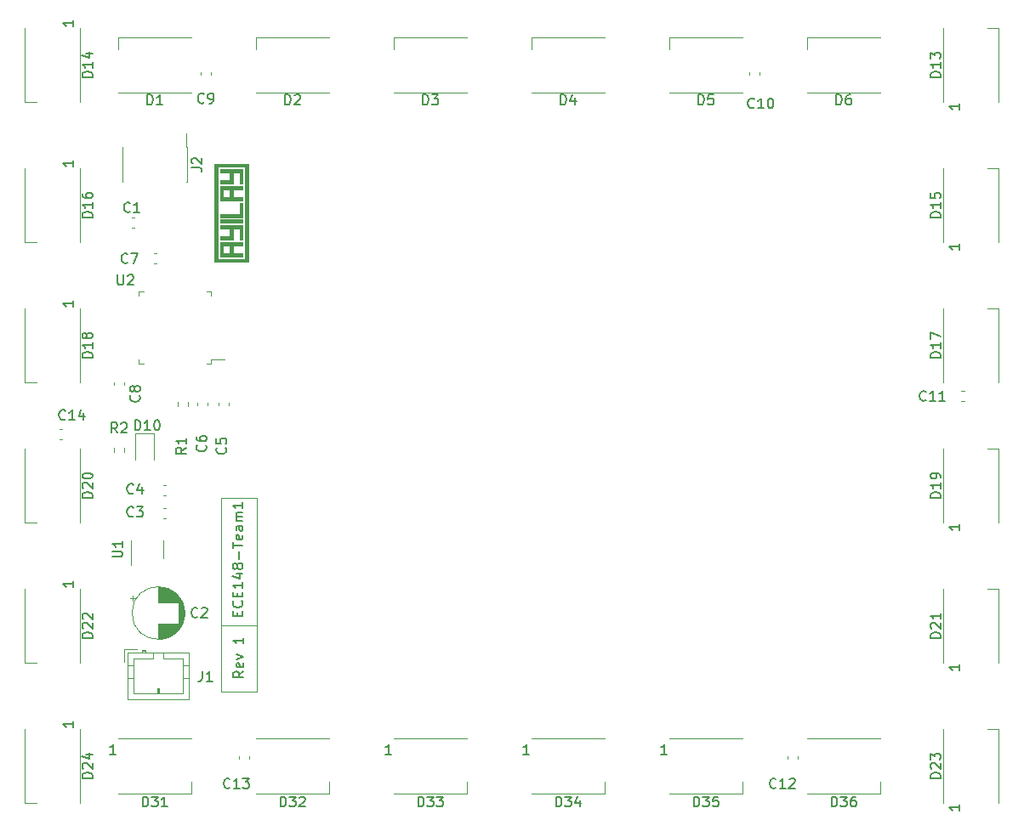
<source format=gto>
%TF.GenerationSoftware,KiCad,Pcbnew,5.1.10*%
%TF.CreationDate,2021-05-09T20:03:51-07:00*%
%TF.ProjectId,ECE148_LED,45434531-3438-45f4-9c45-442e6b696361,rev?*%
%TF.SameCoordinates,Original*%
%TF.FileFunction,Legend,Top*%
%TF.FilePolarity,Positive*%
%FSLAX46Y46*%
G04 Gerber Fmt 4.6, Leading zero omitted, Abs format (unit mm)*
G04 Created by KiCad (PCBNEW 5.1.10) date 2021-05-09 20:03:51*
%MOMM*%
%LPD*%
G01*
G04 APERTURE LIST*
%ADD10C,0.120000*%
%ADD11C,0.150000*%
%ADD12C,0.010000*%
%ADD13R,0.740000X2.400000*%
%ADD14R,1.500000X1.000000*%
%ADD15C,1.600000*%
%ADD16R,1.600000X1.600000*%
%ADD17R,0.650000X1.060000*%
%ADD18O,1.200000X1.750000*%
%ADD19R,1.000000X1.500000*%
G04 APERTURE END LIST*
D10*
X55880000Y-76200000D02*
X55880000Y-88900000D01*
X52324000Y-76200000D02*
X55880000Y-76200000D01*
X52324000Y-88900000D02*
X52324000Y-76200000D01*
D11*
X53967571Y-87915047D02*
X53967571Y-87581714D01*
X54491380Y-87438857D02*
X54491380Y-87915047D01*
X53491380Y-87915047D01*
X53491380Y-87438857D01*
X54396142Y-86438857D02*
X54443761Y-86486476D01*
X54491380Y-86629333D01*
X54491380Y-86724571D01*
X54443761Y-86867428D01*
X54348523Y-86962666D01*
X54253285Y-87010285D01*
X54062809Y-87057904D01*
X53919952Y-87057904D01*
X53729476Y-87010285D01*
X53634238Y-86962666D01*
X53539000Y-86867428D01*
X53491380Y-86724571D01*
X53491380Y-86629333D01*
X53539000Y-86486476D01*
X53586619Y-86438857D01*
X53967571Y-86010285D02*
X53967571Y-85676952D01*
X54491380Y-85534095D02*
X54491380Y-86010285D01*
X53491380Y-86010285D01*
X53491380Y-85534095D01*
X54491380Y-84581714D02*
X54491380Y-85153142D01*
X54491380Y-84867428D02*
X53491380Y-84867428D01*
X53634238Y-84962666D01*
X53729476Y-85057904D01*
X53777095Y-85153142D01*
X53824714Y-83724571D02*
X54491380Y-83724571D01*
X53443761Y-83962666D02*
X54158047Y-84200761D01*
X54158047Y-83581714D01*
X53919952Y-83057904D02*
X53872333Y-83153142D01*
X53824714Y-83200761D01*
X53729476Y-83248380D01*
X53681857Y-83248380D01*
X53586619Y-83200761D01*
X53539000Y-83153142D01*
X53491380Y-83057904D01*
X53491380Y-82867428D01*
X53539000Y-82772190D01*
X53586619Y-82724571D01*
X53681857Y-82676952D01*
X53729476Y-82676952D01*
X53824714Y-82724571D01*
X53872333Y-82772190D01*
X53919952Y-82867428D01*
X53919952Y-83057904D01*
X53967571Y-83153142D01*
X54015190Y-83200761D01*
X54110428Y-83248380D01*
X54300904Y-83248380D01*
X54396142Y-83200761D01*
X54443761Y-83153142D01*
X54491380Y-83057904D01*
X54491380Y-82867428D01*
X54443761Y-82772190D01*
X54396142Y-82724571D01*
X54300904Y-82676952D01*
X54110428Y-82676952D01*
X54015190Y-82724571D01*
X53967571Y-82772190D01*
X53919952Y-82867428D01*
X54110428Y-82248380D02*
X54110428Y-81486476D01*
X53491380Y-81153142D02*
X53491380Y-80581714D01*
X54491380Y-80867428D02*
X53491380Y-80867428D01*
X54443761Y-79867428D02*
X54491380Y-79962666D01*
X54491380Y-80153142D01*
X54443761Y-80248380D01*
X54348523Y-80296000D01*
X53967571Y-80296000D01*
X53872333Y-80248380D01*
X53824714Y-80153142D01*
X53824714Y-79962666D01*
X53872333Y-79867428D01*
X53967571Y-79819809D01*
X54062809Y-79819809D01*
X54158047Y-80296000D01*
X54491380Y-78962666D02*
X53967571Y-78962666D01*
X53872333Y-79010285D01*
X53824714Y-79105523D01*
X53824714Y-79296000D01*
X53872333Y-79391238D01*
X54443761Y-78962666D02*
X54491380Y-79057904D01*
X54491380Y-79296000D01*
X54443761Y-79391238D01*
X54348523Y-79438857D01*
X54253285Y-79438857D01*
X54158047Y-79391238D01*
X54110428Y-79296000D01*
X54110428Y-79057904D01*
X54062809Y-78962666D01*
X54491380Y-78486476D02*
X53824714Y-78486476D01*
X53919952Y-78486476D02*
X53872333Y-78438857D01*
X53824714Y-78343619D01*
X53824714Y-78200761D01*
X53872333Y-78105523D01*
X53967571Y-78057904D01*
X54491380Y-78057904D01*
X53967571Y-78057904D02*
X53872333Y-78010285D01*
X53824714Y-77915047D01*
X53824714Y-77772190D01*
X53872333Y-77676952D01*
X53967571Y-77629333D01*
X54491380Y-77629333D01*
X54491380Y-76629333D02*
X54491380Y-77200761D01*
X54491380Y-76915047D02*
X53491380Y-76915047D01*
X53634238Y-77010285D01*
X53729476Y-77105523D01*
X53777095Y-77200761D01*
D10*
X55880000Y-88900000D02*
X55880000Y-95504000D01*
X52324000Y-88900000D02*
X55880000Y-88900000D01*
X52324000Y-95504000D02*
X52324000Y-88900000D01*
X55880000Y-95504000D02*
X52324000Y-95504000D01*
D11*
X54554380Y-93432142D02*
X54078190Y-93765476D01*
X54554380Y-94003571D02*
X53554380Y-94003571D01*
X53554380Y-93622619D01*
X53602000Y-93527380D01*
X53649619Y-93479761D01*
X53744857Y-93432142D01*
X53887714Y-93432142D01*
X53982952Y-93479761D01*
X54030571Y-93527380D01*
X54078190Y-93622619D01*
X54078190Y-94003571D01*
X54506761Y-92622619D02*
X54554380Y-92717857D01*
X54554380Y-92908333D01*
X54506761Y-93003571D01*
X54411523Y-93051190D01*
X54030571Y-93051190D01*
X53935333Y-93003571D01*
X53887714Y-92908333D01*
X53887714Y-92717857D01*
X53935333Y-92622619D01*
X54030571Y-92575000D01*
X54125809Y-92575000D01*
X54221047Y-93051190D01*
X53887714Y-92241666D02*
X54554380Y-92003571D01*
X53887714Y-91765476D01*
X54554380Y-90098809D02*
X54554380Y-90670238D01*
X54554380Y-90384523D02*
X53554380Y-90384523D01*
X53697238Y-90479761D01*
X53792476Y-90575000D01*
X53840095Y-90670238D01*
D12*
G36*
X53086000Y-45094769D02*
G01*
X53086000Y-45387846D01*
X52519384Y-45387846D01*
X52519384Y-46091231D01*
X52226307Y-46091231D01*
X52226307Y-45094769D01*
X53086000Y-45094769D01*
G37*
X53086000Y-45094769D02*
X53086000Y-45387846D01*
X52519384Y-45387846D01*
X52519384Y-46091231D01*
X52226307Y-46091231D01*
X52226307Y-45094769D01*
X53086000Y-45094769D01*
G36*
X53086000Y-50682769D02*
G01*
X53086000Y-50975846D01*
X52519384Y-50975846D01*
X52519384Y-51659692D01*
X52226307Y-51659692D01*
X52226307Y-50682769D01*
X53086000Y-50682769D01*
G37*
X53086000Y-50682769D02*
X53086000Y-50975846D01*
X52519384Y-50975846D01*
X52519384Y-51659692D01*
X52226307Y-51659692D01*
X52226307Y-50682769D01*
X53086000Y-50682769D01*
G36*
X53203231Y-44508615D02*
G01*
X53203231Y-43824769D01*
X53515846Y-43824769D01*
X53515846Y-44840769D01*
X52226307Y-44840769D01*
X52226307Y-44508615D01*
X53203231Y-44508615D01*
G37*
X53203231Y-44508615D02*
X53203231Y-43824769D01*
X53515846Y-43824769D01*
X53515846Y-44840769D01*
X52226307Y-44840769D01*
X52226307Y-44508615D01*
X53203231Y-44508615D01*
G36*
X53203231Y-50096615D02*
G01*
X53203231Y-49393231D01*
X53515846Y-49393231D01*
X53515846Y-50409231D01*
X52226307Y-50409231D01*
X52226307Y-50096615D01*
X53203231Y-50096615D01*
G37*
X53203231Y-50096615D02*
X53203231Y-49393231D01*
X53515846Y-49393231D01*
X53515846Y-50409231D01*
X52226307Y-50409231D01*
X52226307Y-50096615D01*
X53203231Y-50096615D01*
G36*
X54473231Y-43414462D02*
G01*
X54473231Y-44840769D01*
X54180154Y-44840769D01*
X54180154Y-43707539D01*
X52226307Y-43707539D01*
X52226307Y-43414462D01*
X54473231Y-43414462D01*
G37*
X54473231Y-43414462D02*
X54473231Y-44840769D01*
X54180154Y-44840769D01*
X54180154Y-43707539D01*
X52226307Y-43707539D01*
X52226307Y-43414462D01*
X54473231Y-43414462D01*
G36*
X53203231Y-46188923D02*
G01*
X53203231Y-45094769D01*
X54473231Y-45094769D01*
X54473231Y-45387846D01*
X53515846Y-45387846D01*
X53515846Y-46501539D01*
X52226307Y-46501539D01*
X52226307Y-46188923D01*
X53203231Y-46188923D01*
G37*
X53203231Y-46188923D02*
X53203231Y-45094769D01*
X54473231Y-45094769D01*
X54473231Y-45387846D01*
X53515846Y-45387846D01*
X53515846Y-46501539D01*
X52226307Y-46501539D01*
X52226307Y-46188923D01*
X53203231Y-46188923D01*
G36*
X54473231Y-46188923D02*
G01*
X54473231Y-46501539D01*
X53613538Y-46501539D01*
X53613538Y-46188923D01*
X54473231Y-46188923D01*
G37*
X54473231Y-46188923D02*
X54473231Y-46501539D01*
X53613538Y-46501539D01*
X53613538Y-46188923D01*
X54473231Y-46188923D01*
G36*
X54180154Y-47869231D02*
G01*
X54180154Y-46755539D01*
X54473231Y-46755539D01*
X54473231Y-48181846D01*
X52226307Y-48181846D01*
X52226307Y-47869231D01*
X54180154Y-47869231D01*
G37*
X54180154Y-47869231D02*
X54180154Y-46755539D01*
X54473231Y-46755539D01*
X54473231Y-48181846D01*
X52226307Y-48181846D01*
X52226307Y-47869231D01*
X54180154Y-47869231D01*
G36*
X54473231Y-48416308D02*
G01*
X54473231Y-48748462D01*
X52226307Y-48748462D01*
X52226307Y-48416308D01*
X54473231Y-48416308D01*
G37*
X54473231Y-48416308D02*
X54473231Y-48748462D01*
X52226307Y-48748462D01*
X52226307Y-48416308D01*
X54473231Y-48416308D01*
G36*
X54473231Y-49002462D02*
G01*
X54473231Y-50409231D01*
X54180154Y-50409231D01*
X54180154Y-49295539D01*
X52226307Y-49295539D01*
X52226307Y-49002462D01*
X54473231Y-49002462D01*
G37*
X54473231Y-49002462D02*
X54473231Y-50409231D01*
X54180154Y-50409231D01*
X54180154Y-49295539D01*
X52226307Y-49295539D01*
X52226307Y-49002462D01*
X54473231Y-49002462D01*
G36*
X53203231Y-51776923D02*
G01*
X53203231Y-50682769D01*
X54473231Y-50682769D01*
X54473231Y-50975846D01*
X53515846Y-50975846D01*
X53515846Y-52089539D01*
X52226307Y-52089539D01*
X52226307Y-51776923D01*
X53203231Y-51776923D01*
G37*
X53203231Y-51776923D02*
X53203231Y-50682769D01*
X54473231Y-50682769D01*
X54473231Y-50975846D01*
X53515846Y-50975846D01*
X53515846Y-52089539D01*
X52226307Y-52089539D01*
X52226307Y-51776923D01*
X53203231Y-51776923D01*
G36*
X54473231Y-51776923D02*
G01*
X54473231Y-52089539D01*
X53613538Y-52089539D01*
X53613538Y-51776923D01*
X54473231Y-51776923D01*
G37*
X54473231Y-51776923D02*
X54473231Y-52089539D01*
X53613538Y-52089539D01*
X53613538Y-51776923D01*
X54473231Y-51776923D01*
G36*
X55020307Y-42867385D02*
G01*
X55020307Y-52636615D01*
X51972307Y-52636615D01*
X51972307Y-52343539D01*
X54727231Y-52343539D01*
X54727231Y-43160462D01*
X51972307Y-43160462D01*
X51972307Y-52343539D01*
X51972307Y-52636615D01*
X51679231Y-52636615D01*
X51679231Y-42867385D01*
X55020307Y-42867385D01*
G37*
X55020307Y-42867385D02*
X55020307Y-52636615D01*
X51972307Y-52636615D01*
X51972307Y-52343539D01*
X54727231Y-52343539D01*
X54727231Y-43160462D01*
X51972307Y-43160462D01*
X51972307Y-52343539D01*
X51972307Y-52636615D01*
X51679231Y-52636615D01*
X51679231Y-42867385D01*
X55020307Y-42867385D01*
D10*
X44592000Y-55572000D02*
X44142000Y-55572000D01*
X44142000Y-55572000D02*
X44142000Y-56022000D01*
X50912000Y-55572000D02*
X51362000Y-55572000D01*
X51362000Y-55572000D02*
X51362000Y-56022000D01*
X44592000Y-62792000D02*
X44142000Y-62792000D01*
X44142000Y-62792000D02*
X44142000Y-62342000D01*
X50912000Y-62792000D02*
X51362000Y-62792000D01*
X51362000Y-62792000D02*
X51362000Y-62342000D01*
X51362000Y-62342000D02*
X52652000Y-62342000D01*
X48955000Y-41161000D02*
X48955000Y-44691000D01*
X42485000Y-41161000D02*
X42485000Y-44691000D01*
X48890000Y-39836000D02*
X48890000Y-41161000D01*
X48955000Y-41161000D02*
X48890000Y-41161000D01*
X48955000Y-44691000D02*
X48890000Y-44691000D01*
X42550000Y-41161000D02*
X42485000Y-41161000D01*
X42550000Y-44691000D02*
X42485000Y-44691000D01*
X90518000Y-105620000D02*
X90518000Y-104470000D01*
X83218000Y-105620000D02*
X90518000Y-105620000D01*
X83218000Y-100120000D02*
X90518000Y-100120000D01*
X104234000Y-105620000D02*
X104234000Y-104470000D01*
X96934000Y-105620000D02*
X104234000Y-105620000D01*
X96934000Y-100120000D02*
X104234000Y-100120000D01*
X76802000Y-105620000D02*
X76802000Y-104470000D01*
X69502000Y-105620000D02*
X76802000Y-105620000D01*
X69502000Y-100120000D02*
X76802000Y-100120000D01*
X36525580Y-70360000D02*
X36244420Y-70360000D01*
X36525580Y-69340000D02*
X36244420Y-69340000D01*
X55120000Y-101904420D02*
X55120000Y-102185580D01*
X54100000Y-101904420D02*
X54100000Y-102185580D01*
X109730000Y-101904420D02*
X109730000Y-102185580D01*
X108710000Y-101904420D02*
X108710000Y-102185580D01*
X126034420Y-65530000D02*
X126315580Y-65530000D01*
X126034420Y-66550000D02*
X126315580Y-66550000D01*
X104900000Y-33985580D02*
X104900000Y-33704420D01*
X105920000Y-33985580D02*
X105920000Y-33704420D01*
X48705000Y-87630000D02*
G75*
G03*
X48705000Y-87630000I-2620000J0D01*
G01*
X46085000Y-88670000D02*
X46085000Y-90210000D01*
X46085000Y-85050000D02*
X46085000Y-86590000D01*
X46125000Y-88670000D02*
X46125000Y-90210000D01*
X46125000Y-85050000D02*
X46125000Y-86590000D01*
X46165000Y-85051000D02*
X46165000Y-86590000D01*
X46165000Y-88670000D02*
X46165000Y-90209000D01*
X46205000Y-85052000D02*
X46205000Y-86590000D01*
X46205000Y-88670000D02*
X46205000Y-90208000D01*
X46245000Y-85054000D02*
X46245000Y-86590000D01*
X46245000Y-88670000D02*
X46245000Y-90206000D01*
X46285000Y-85057000D02*
X46285000Y-86590000D01*
X46285000Y-88670000D02*
X46285000Y-90203000D01*
X46325000Y-85061000D02*
X46325000Y-86590000D01*
X46325000Y-88670000D02*
X46325000Y-90199000D01*
X46365000Y-85065000D02*
X46365000Y-86590000D01*
X46365000Y-88670000D02*
X46365000Y-90195000D01*
X46405000Y-85069000D02*
X46405000Y-86590000D01*
X46405000Y-88670000D02*
X46405000Y-90191000D01*
X46445000Y-85074000D02*
X46445000Y-86590000D01*
X46445000Y-88670000D02*
X46445000Y-90186000D01*
X46485000Y-85080000D02*
X46485000Y-86590000D01*
X46485000Y-88670000D02*
X46485000Y-90180000D01*
X46525000Y-85087000D02*
X46525000Y-86590000D01*
X46525000Y-88670000D02*
X46525000Y-90173000D01*
X46565000Y-85094000D02*
X46565000Y-86590000D01*
X46565000Y-88670000D02*
X46565000Y-90166000D01*
X46605000Y-85102000D02*
X46605000Y-86590000D01*
X46605000Y-88670000D02*
X46605000Y-90158000D01*
X46645000Y-85110000D02*
X46645000Y-86590000D01*
X46645000Y-88670000D02*
X46645000Y-90150000D01*
X46685000Y-85119000D02*
X46685000Y-86590000D01*
X46685000Y-88670000D02*
X46685000Y-90141000D01*
X46725000Y-85129000D02*
X46725000Y-86590000D01*
X46725000Y-88670000D02*
X46725000Y-90131000D01*
X46765000Y-85139000D02*
X46765000Y-86590000D01*
X46765000Y-88670000D02*
X46765000Y-90121000D01*
X46806000Y-85150000D02*
X46806000Y-86590000D01*
X46806000Y-88670000D02*
X46806000Y-90110000D01*
X46846000Y-85162000D02*
X46846000Y-86590000D01*
X46846000Y-88670000D02*
X46846000Y-90098000D01*
X46886000Y-85175000D02*
X46886000Y-86590000D01*
X46886000Y-88670000D02*
X46886000Y-90085000D01*
X46926000Y-85188000D02*
X46926000Y-86590000D01*
X46926000Y-88670000D02*
X46926000Y-90072000D01*
X46966000Y-85202000D02*
X46966000Y-86590000D01*
X46966000Y-88670000D02*
X46966000Y-90058000D01*
X47006000Y-85216000D02*
X47006000Y-86590000D01*
X47006000Y-88670000D02*
X47006000Y-90044000D01*
X47046000Y-85232000D02*
X47046000Y-86590000D01*
X47046000Y-88670000D02*
X47046000Y-90028000D01*
X47086000Y-85248000D02*
X47086000Y-86590000D01*
X47086000Y-88670000D02*
X47086000Y-90012000D01*
X47126000Y-85265000D02*
X47126000Y-86590000D01*
X47126000Y-88670000D02*
X47126000Y-89995000D01*
X47166000Y-85282000D02*
X47166000Y-86590000D01*
X47166000Y-88670000D02*
X47166000Y-89978000D01*
X47206000Y-85301000D02*
X47206000Y-86590000D01*
X47206000Y-88670000D02*
X47206000Y-89959000D01*
X47246000Y-85320000D02*
X47246000Y-86590000D01*
X47246000Y-88670000D02*
X47246000Y-89940000D01*
X47286000Y-85340000D02*
X47286000Y-86590000D01*
X47286000Y-88670000D02*
X47286000Y-89920000D01*
X47326000Y-85362000D02*
X47326000Y-86590000D01*
X47326000Y-88670000D02*
X47326000Y-89898000D01*
X47366000Y-85383000D02*
X47366000Y-86590000D01*
X47366000Y-88670000D02*
X47366000Y-89877000D01*
X47406000Y-85406000D02*
X47406000Y-86590000D01*
X47406000Y-88670000D02*
X47406000Y-89854000D01*
X47446000Y-85430000D02*
X47446000Y-86590000D01*
X47446000Y-88670000D02*
X47446000Y-89830000D01*
X47486000Y-85455000D02*
X47486000Y-86590000D01*
X47486000Y-88670000D02*
X47486000Y-89805000D01*
X47526000Y-85481000D02*
X47526000Y-86590000D01*
X47526000Y-88670000D02*
X47526000Y-89779000D01*
X47566000Y-85508000D02*
X47566000Y-86590000D01*
X47566000Y-88670000D02*
X47566000Y-89752000D01*
X47606000Y-85535000D02*
X47606000Y-86590000D01*
X47606000Y-88670000D02*
X47606000Y-89725000D01*
X47646000Y-85565000D02*
X47646000Y-86590000D01*
X47646000Y-88670000D02*
X47646000Y-89695000D01*
X47686000Y-85595000D02*
X47686000Y-86590000D01*
X47686000Y-88670000D02*
X47686000Y-89665000D01*
X47726000Y-85626000D02*
X47726000Y-86590000D01*
X47726000Y-88670000D02*
X47726000Y-89634000D01*
X47766000Y-85659000D02*
X47766000Y-86590000D01*
X47766000Y-88670000D02*
X47766000Y-89601000D01*
X47806000Y-85693000D02*
X47806000Y-86590000D01*
X47806000Y-88670000D02*
X47806000Y-89567000D01*
X47846000Y-85729000D02*
X47846000Y-86590000D01*
X47846000Y-88670000D02*
X47846000Y-89531000D01*
X47886000Y-85766000D02*
X47886000Y-86590000D01*
X47886000Y-88670000D02*
X47886000Y-89494000D01*
X47926000Y-85804000D02*
X47926000Y-86590000D01*
X47926000Y-88670000D02*
X47926000Y-89456000D01*
X47966000Y-85845000D02*
X47966000Y-86590000D01*
X47966000Y-88670000D02*
X47966000Y-89415000D01*
X48006000Y-85887000D02*
X48006000Y-86590000D01*
X48006000Y-88670000D02*
X48006000Y-89373000D01*
X48046000Y-85931000D02*
X48046000Y-86590000D01*
X48046000Y-88670000D02*
X48046000Y-89329000D01*
X48086000Y-85977000D02*
X48086000Y-86590000D01*
X48086000Y-88670000D02*
X48086000Y-89283000D01*
X48126000Y-86025000D02*
X48126000Y-89235000D01*
X48166000Y-86076000D02*
X48166000Y-89184000D01*
X48206000Y-86130000D02*
X48206000Y-89130000D01*
X48246000Y-86187000D02*
X48246000Y-89073000D01*
X48286000Y-86247000D02*
X48286000Y-89013000D01*
X48326000Y-86311000D02*
X48326000Y-88949000D01*
X48366000Y-86379000D02*
X48366000Y-88881000D01*
X48406000Y-86452000D02*
X48406000Y-88808000D01*
X48446000Y-86532000D02*
X48446000Y-88728000D01*
X48486000Y-86619000D02*
X48486000Y-88641000D01*
X48526000Y-86715000D02*
X48526000Y-88545000D01*
X48566000Y-86825000D02*
X48566000Y-88435000D01*
X48606000Y-86953000D02*
X48606000Y-88307000D01*
X48646000Y-87112000D02*
X48646000Y-88148000D01*
X48686000Y-87346000D02*
X48686000Y-87914000D01*
X43280225Y-86155000D02*
X43780225Y-86155000D01*
X43530225Y-85905000D02*
X43530225Y-86405000D01*
X50290000Y-33985580D02*
X50290000Y-33704420D01*
X51310000Y-33985580D02*
X51310000Y-33704420D01*
X46568000Y-82180000D02*
X46568000Y-80380000D01*
X43348000Y-80380000D02*
X43348000Y-82830000D01*
X42686500Y-71136742D02*
X42686500Y-71611258D01*
X41641500Y-71136742D02*
X41641500Y-71611258D01*
X47979500Y-67039258D02*
X47979500Y-66564742D01*
X49024500Y-67039258D02*
X49024500Y-66564742D01*
X43025000Y-91535000D02*
X43025000Y-96255000D01*
X43025000Y-96255000D02*
X49145000Y-96255000D01*
X49145000Y-96255000D02*
X49145000Y-91535000D01*
X49145000Y-91535000D02*
X43025000Y-91535000D01*
X44785000Y-91535000D02*
X44785000Y-91335000D01*
X44785000Y-91335000D02*
X44485000Y-91335000D01*
X44485000Y-91335000D02*
X44485000Y-91535000D01*
X44785000Y-91435000D02*
X44485000Y-91435000D01*
X45585000Y-91535000D02*
X45585000Y-92145000D01*
X45585000Y-92145000D02*
X43635000Y-92145000D01*
X43635000Y-92145000D02*
X43635000Y-95645000D01*
X43635000Y-95645000D02*
X48535000Y-95645000D01*
X48535000Y-95645000D02*
X48535000Y-92145000D01*
X48535000Y-92145000D02*
X46585000Y-92145000D01*
X46585000Y-92145000D02*
X46585000Y-91535000D01*
X43025000Y-92845000D02*
X43635000Y-92845000D01*
X43025000Y-94145000D02*
X43635000Y-94145000D01*
X49145000Y-92845000D02*
X48535000Y-92845000D01*
X49145000Y-94145000D02*
X48535000Y-94145000D01*
X45985000Y-95645000D02*
X45985000Y-95145000D01*
X45985000Y-95145000D02*
X46185000Y-95145000D01*
X46185000Y-95145000D02*
X46185000Y-95645000D01*
X46085000Y-95645000D02*
X46085000Y-95145000D01*
X43975000Y-91235000D02*
X42725000Y-91235000D01*
X42725000Y-91235000D02*
X42725000Y-92485000D01*
X45664000Y-72394000D02*
X45664000Y-69709000D01*
X45664000Y-69709000D02*
X43744000Y-69709000D01*
X43744000Y-69709000D02*
X43744000Y-72394000D01*
X42674000Y-64629420D02*
X42674000Y-64910580D01*
X41654000Y-64629420D02*
X41654000Y-64910580D01*
X45636420Y-51814000D02*
X45917580Y-51814000D01*
X45636420Y-52834000D02*
X45917580Y-52834000D01*
X51012000Y-66661420D02*
X51012000Y-66942580D01*
X49992000Y-66661420D02*
X49992000Y-66942580D01*
X53088000Y-66661420D02*
X53088000Y-66942580D01*
X52068000Y-66661420D02*
X52068000Y-66942580D01*
X46542420Y-74928000D02*
X46823580Y-74928000D01*
X46542420Y-75948000D02*
X46823580Y-75948000D01*
X46542420Y-77214000D02*
X46823580Y-77214000D01*
X46542420Y-78234000D02*
X46823580Y-78234000D01*
X43692580Y-49278000D02*
X43411420Y-49278000D01*
X43692580Y-48258000D02*
X43411420Y-48258000D01*
X117950000Y-105620000D02*
X117950000Y-104470000D01*
X110650000Y-105620000D02*
X117950000Y-105620000D01*
X110650000Y-100120000D02*
X117950000Y-100120000D01*
X63086000Y-105620000D02*
X63086000Y-104470000D01*
X55786000Y-105620000D02*
X63086000Y-105620000D01*
X55786000Y-100120000D02*
X63086000Y-100120000D01*
X49370000Y-105620000D02*
X49370000Y-104470000D01*
X42070000Y-105620000D02*
X49370000Y-105620000D01*
X42070000Y-100120000D02*
X49370000Y-100120000D01*
X32810000Y-106520000D02*
X33960000Y-106520000D01*
X32810000Y-99220000D02*
X32810000Y-106520000D01*
X38310000Y-99220000D02*
X38310000Y-106520000D01*
X129750000Y-99220000D02*
X128600000Y-99220000D01*
X129750000Y-106520000D02*
X129750000Y-99220000D01*
X124250000Y-106520000D02*
X124250000Y-99220000D01*
X32810000Y-92550000D02*
X33960000Y-92550000D01*
X32810000Y-85250000D02*
X32810000Y-92550000D01*
X38310000Y-85250000D02*
X38310000Y-92550000D01*
X129750000Y-85250000D02*
X128600000Y-85250000D01*
X129750000Y-92550000D02*
X129750000Y-85250000D01*
X124250000Y-92550000D02*
X124250000Y-85250000D01*
X32810000Y-78580000D02*
X33960000Y-78580000D01*
X32810000Y-71280000D02*
X32810000Y-78580000D01*
X38310000Y-71280000D02*
X38310000Y-78580000D01*
X129750000Y-71280000D02*
X128600000Y-71280000D01*
X129750000Y-78580000D02*
X129750000Y-71280000D01*
X124250000Y-78580000D02*
X124250000Y-71280000D01*
X32810000Y-64610000D02*
X33960000Y-64610000D01*
X32810000Y-57310000D02*
X32810000Y-64610000D01*
X38310000Y-57310000D02*
X38310000Y-64610000D01*
X129750000Y-57310000D02*
X128600000Y-57310000D01*
X129750000Y-64610000D02*
X129750000Y-57310000D01*
X124250000Y-64610000D02*
X124250000Y-57310000D01*
X32810000Y-50640000D02*
X33960000Y-50640000D01*
X32810000Y-43340000D02*
X32810000Y-50640000D01*
X38310000Y-43340000D02*
X38310000Y-50640000D01*
X129750000Y-43340000D02*
X128600000Y-43340000D01*
X129750000Y-50640000D02*
X129750000Y-43340000D01*
X124250000Y-50640000D02*
X124250000Y-43340000D01*
X32810000Y-36670000D02*
X33960000Y-36670000D01*
X32810000Y-29370000D02*
X32810000Y-36670000D01*
X38310000Y-29370000D02*
X38310000Y-36670000D01*
X129750000Y-29370000D02*
X128600000Y-29370000D01*
X129750000Y-36670000D02*
X129750000Y-29370000D01*
X124250000Y-36670000D02*
X124250000Y-29370000D01*
X110650000Y-30270000D02*
X110650000Y-31420000D01*
X117950000Y-30270000D02*
X110650000Y-30270000D01*
X117950000Y-35770000D02*
X110650000Y-35770000D01*
X96934000Y-30270000D02*
X96934000Y-31420000D01*
X104234000Y-30270000D02*
X96934000Y-30270000D01*
X104234000Y-35770000D02*
X96934000Y-35770000D01*
X83218000Y-30270000D02*
X83218000Y-31420000D01*
X90518000Y-30270000D02*
X83218000Y-30270000D01*
X90518000Y-35770000D02*
X83218000Y-35770000D01*
X69502000Y-30270000D02*
X69502000Y-31420000D01*
X76802000Y-30270000D02*
X69502000Y-30270000D01*
X76802000Y-35770000D02*
X69502000Y-35770000D01*
X55786000Y-30270000D02*
X55786000Y-31420000D01*
X63086000Y-30270000D02*
X55786000Y-30270000D01*
X63086000Y-35770000D02*
X55786000Y-35770000D01*
X42070000Y-30270000D02*
X42070000Y-31420000D01*
X49370000Y-30270000D02*
X42070000Y-30270000D01*
X49370000Y-35770000D02*
X42070000Y-35770000D01*
D11*
X42037095Y-53935380D02*
X42037095Y-54744904D01*
X42084714Y-54840142D01*
X42132333Y-54887761D01*
X42227571Y-54935380D01*
X42418047Y-54935380D01*
X42513285Y-54887761D01*
X42560904Y-54840142D01*
X42608523Y-54744904D01*
X42608523Y-53935380D01*
X43037095Y-54030619D02*
X43084714Y-53983000D01*
X43179952Y-53935380D01*
X43418047Y-53935380D01*
X43513285Y-53983000D01*
X43560904Y-54030619D01*
X43608523Y-54125857D01*
X43608523Y-54221095D01*
X43560904Y-54363952D01*
X42989476Y-54935380D01*
X43608523Y-54935380D01*
X49407380Y-43259333D02*
X50121666Y-43259333D01*
X50264523Y-43306952D01*
X50359761Y-43402190D01*
X50407380Y-43545047D01*
X50407380Y-43640285D01*
X49502619Y-42830761D02*
X49455000Y-42783142D01*
X49407380Y-42687904D01*
X49407380Y-42449809D01*
X49455000Y-42354571D01*
X49502619Y-42306952D01*
X49597857Y-42259333D01*
X49693095Y-42259333D01*
X49835952Y-42306952D01*
X50407380Y-42878380D01*
X50407380Y-42259333D01*
X85653714Y-106934380D02*
X85653714Y-105934380D01*
X85891809Y-105934380D01*
X86034666Y-105982000D01*
X86129904Y-106077238D01*
X86177523Y-106172476D01*
X86225142Y-106362952D01*
X86225142Y-106505809D01*
X86177523Y-106696285D01*
X86129904Y-106791523D01*
X86034666Y-106886761D01*
X85891809Y-106934380D01*
X85653714Y-106934380D01*
X86558476Y-105934380D02*
X87177523Y-105934380D01*
X86844190Y-106315333D01*
X86987047Y-106315333D01*
X87082285Y-106362952D01*
X87129904Y-106410571D01*
X87177523Y-106505809D01*
X87177523Y-106743904D01*
X87129904Y-106839142D01*
X87082285Y-106886761D01*
X86987047Y-106934380D01*
X86701333Y-106934380D01*
X86606095Y-106886761D01*
X86558476Y-106839142D01*
X88034666Y-106267714D02*
X88034666Y-106934380D01*
X87796571Y-105886761D02*
X87558476Y-106601047D01*
X88177523Y-106601047D01*
X83003714Y-101722380D02*
X82432285Y-101722380D01*
X82718000Y-101722380D02*
X82718000Y-100722380D01*
X82622761Y-100865238D01*
X82527523Y-100960476D01*
X82432285Y-101008095D01*
X99369714Y-106934380D02*
X99369714Y-105934380D01*
X99607809Y-105934380D01*
X99750666Y-105982000D01*
X99845904Y-106077238D01*
X99893523Y-106172476D01*
X99941142Y-106362952D01*
X99941142Y-106505809D01*
X99893523Y-106696285D01*
X99845904Y-106791523D01*
X99750666Y-106886761D01*
X99607809Y-106934380D01*
X99369714Y-106934380D01*
X100274476Y-105934380D02*
X100893523Y-105934380D01*
X100560190Y-106315333D01*
X100703047Y-106315333D01*
X100798285Y-106362952D01*
X100845904Y-106410571D01*
X100893523Y-106505809D01*
X100893523Y-106743904D01*
X100845904Y-106839142D01*
X100798285Y-106886761D01*
X100703047Y-106934380D01*
X100417333Y-106934380D01*
X100322095Y-106886761D01*
X100274476Y-106839142D01*
X101798285Y-105934380D02*
X101322095Y-105934380D01*
X101274476Y-106410571D01*
X101322095Y-106362952D01*
X101417333Y-106315333D01*
X101655428Y-106315333D01*
X101750666Y-106362952D01*
X101798285Y-106410571D01*
X101845904Y-106505809D01*
X101845904Y-106743904D01*
X101798285Y-106839142D01*
X101750666Y-106886761D01*
X101655428Y-106934380D01*
X101417333Y-106934380D01*
X101322095Y-106886761D01*
X101274476Y-106839142D01*
X96719714Y-101722380D02*
X96148285Y-101722380D01*
X96434000Y-101722380D02*
X96434000Y-100722380D01*
X96338761Y-100865238D01*
X96243523Y-100960476D01*
X96148285Y-101008095D01*
X71937714Y-106934380D02*
X71937714Y-105934380D01*
X72175809Y-105934380D01*
X72318666Y-105982000D01*
X72413904Y-106077238D01*
X72461523Y-106172476D01*
X72509142Y-106362952D01*
X72509142Y-106505809D01*
X72461523Y-106696285D01*
X72413904Y-106791523D01*
X72318666Y-106886761D01*
X72175809Y-106934380D01*
X71937714Y-106934380D01*
X72842476Y-105934380D02*
X73461523Y-105934380D01*
X73128190Y-106315333D01*
X73271047Y-106315333D01*
X73366285Y-106362952D01*
X73413904Y-106410571D01*
X73461523Y-106505809D01*
X73461523Y-106743904D01*
X73413904Y-106839142D01*
X73366285Y-106886761D01*
X73271047Y-106934380D01*
X72985333Y-106934380D01*
X72890095Y-106886761D01*
X72842476Y-106839142D01*
X73794857Y-105934380D02*
X74413904Y-105934380D01*
X74080571Y-106315333D01*
X74223428Y-106315333D01*
X74318666Y-106362952D01*
X74366285Y-106410571D01*
X74413904Y-106505809D01*
X74413904Y-106743904D01*
X74366285Y-106839142D01*
X74318666Y-106886761D01*
X74223428Y-106934380D01*
X73937714Y-106934380D01*
X73842476Y-106886761D01*
X73794857Y-106839142D01*
X69287714Y-101722380D02*
X68716285Y-101722380D01*
X69002000Y-101722380D02*
X69002000Y-100722380D01*
X68906761Y-100865238D01*
X68811523Y-100960476D01*
X68716285Y-101008095D01*
X36822142Y-68302142D02*
X36774523Y-68349761D01*
X36631666Y-68397380D01*
X36536428Y-68397380D01*
X36393571Y-68349761D01*
X36298333Y-68254523D01*
X36250714Y-68159285D01*
X36203095Y-67968809D01*
X36203095Y-67825952D01*
X36250714Y-67635476D01*
X36298333Y-67540238D01*
X36393571Y-67445000D01*
X36536428Y-67397380D01*
X36631666Y-67397380D01*
X36774523Y-67445000D01*
X36822142Y-67492619D01*
X37774523Y-68397380D02*
X37203095Y-68397380D01*
X37488809Y-68397380D02*
X37488809Y-67397380D01*
X37393571Y-67540238D01*
X37298333Y-67635476D01*
X37203095Y-67683095D01*
X38631666Y-67730714D02*
X38631666Y-68397380D01*
X38393571Y-67349761D02*
X38155476Y-68064047D01*
X38774523Y-68064047D01*
X53205142Y-105005142D02*
X53157523Y-105052761D01*
X53014666Y-105100380D01*
X52919428Y-105100380D01*
X52776571Y-105052761D01*
X52681333Y-104957523D01*
X52633714Y-104862285D01*
X52586095Y-104671809D01*
X52586095Y-104528952D01*
X52633714Y-104338476D01*
X52681333Y-104243238D01*
X52776571Y-104148000D01*
X52919428Y-104100380D01*
X53014666Y-104100380D01*
X53157523Y-104148000D01*
X53205142Y-104195619D01*
X54157523Y-105100380D02*
X53586095Y-105100380D01*
X53871809Y-105100380D02*
X53871809Y-104100380D01*
X53776571Y-104243238D01*
X53681333Y-104338476D01*
X53586095Y-104386095D01*
X54490857Y-104100380D02*
X55109904Y-104100380D01*
X54776571Y-104481333D01*
X54919428Y-104481333D01*
X55014666Y-104528952D01*
X55062285Y-104576571D01*
X55109904Y-104671809D01*
X55109904Y-104909904D01*
X55062285Y-105005142D01*
X55014666Y-105052761D01*
X54919428Y-105100380D01*
X54633714Y-105100380D01*
X54538476Y-105052761D01*
X54490857Y-105005142D01*
X107561142Y-105005142D02*
X107513523Y-105052761D01*
X107370666Y-105100380D01*
X107275428Y-105100380D01*
X107132571Y-105052761D01*
X107037333Y-104957523D01*
X106989714Y-104862285D01*
X106942095Y-104671809D01*
X106942095Y-104528952D01*
X106989714Y-104338476D01*
X107037333Y-104243238D01*
X107132571Y-104148000D01*
X107275428Y-104100380D01*
X107370666Y-104100380D01*
X107513523Y-104148000D01*
X107561142Y-104195619D01*
X108513523Y-105100380D02*
X107942095Y-105100380D01*
X108227809Y-105100380D02*
X108227809Y-104100380D01*
X108132571Y-104243238D01*
X108037333Y-104338476D01*
X107942095Y-104386095D01*
X108894476Y-104195619D02*
X108942095Y-104148000D01*
X109037333Y-104100380D01*
X109275428Y-104100380D01*
X109370666Y-104148000D01*
X109418285Y-104195619D01*
X109465904Y-104290857D01*
X109465904Y-104386095D01*
X109418285Y-104528952D01*
X108846857Y-105100380D01*
X109465904Y-105100380D01*
X122497142Y-66397142D02*
X122449523Y-66444761D01*
X122306666Y-66492380D01*
X122211428Y-66492380D01*
X122068571Y-66444761D01*
X121973333Y-66349523D01*
X121925714Y-66254285D01*
X121878095Y-66063809D01*
X121878095Y-65920952D01*
X121925714Y-65730476D01*
X121973333Y-65635238D01*
X122068571Y-65540000D01*
X122211428Y-65492380D01*
X122306666Y-65492380D01*
X122449523Y-65540000D01*
X122497142Y-65587619D01*
X123449523Y-66492380D02*
X122878095Y-66492380D01*
X123163809Y-66492380D02*
X123163809Y-65492380D01*
X123068571Y-65635238D01*
X122973333Y-65730476D01*
X122878095Y-65778095D01*
X124401904Y-66492380D02*
X123830476Y-66492380D01*
X124116190Y-66492380D02*
X124116190Y-65492380D01*
X124020952Y-65635238D01*
X123925714Y-65730476D01*
X123830476Y-65778095D01*
X105402142Y-37237142D02*
X105354523Y-37284761D01*
X105211666Y-37332380D01*
X105116428Y-37332380D01*
X104973571Y-37284761D01*
X104878333Y-37189523D01*
X104830714Y-37094285D01*
X104783095Y-36903809D01*
X104783095Y-36760952D01*
X104830714Y-36570476D01*
X104878333Y-36475238D01*
X104973571Y-36380000D01*
X105116428Y-36332380D01*
X105211666Y-36332380D01*
X105354523Y-36380000D01*
X105402142Y-36427619D01*
X106354523Y-37332380D02*
X105783095Y-37332380D01*
X106068809Y-37332380D02*
X106068809Y-36332380D01*
X105973571Y-36475238D01*
X105878333Y-36570476D01*
X105783095Y-36618095D01*
X106973571Y-36332380D02*
X107068809Y-36332380D01*
X107164047Y-36380000D01*
X107211666Y-36427619D01*
X107259285Y-36522857D01*
X107306904Y-36713333D01*
X107306904Y-36951428D01*
X107259285Y-37141904D01*
X107211666Y-37237142D01*
X107164047Y-37284761D01*
X107068809Y-37332380D01*
X106973571Y-37332380D01*
X106878333Y-37284761D01*
X106830714Y-37237142D01*
X106783095Y-37141904D01*
X106735476Y-36951428D01*
X106735476Y-36713333D01*
X106783095Y-36522857D01*
X106830714Y-36427619D01*
X106878333Y-36380000D01*
X106973571Y-36332380D01*
X49998333Y-87987142D02*
X49950714Y-88034761D01*
X49807857Y-88082380D01*
X49712619Y-88082380D01*
X49569761Y-88034761D01*
X49474523Y-87939523D01*
X49426904Y-87844285D01*
X49379285Y-87653809D01*
X49379285Y-87510952D01*
X49426904Y-87320476D01*
X49474523Y-87225238D01*
X49569761Y-87130000D01*
X49712619Y-87082380D01*
X49807857Y-87082380D01*
X49950714Y-87130000D01*
X49998333Y-87177619D01*
X50379285Y-87177619D02*
X50426904Y-87130000D01*
X50522142Y-87082380D01*
X50760238Y-87082380D01*
X50855476Y-87130000D01*
X50903095Y-87177619D01*
X50950714Y-87272857D01*
X50950714Y-87368095D01*
X50903095Y-87510952D01*
X50331666Y-88082380D01*
X50950714Y-88082380D01*
X50633333Y-36742142D02*
X50585714Y-36789761D01*
X50442857Y-36837380D01*
X50347619Y-36837380D01*
X50204761Y-36789761D01*
X50109523Y-36694523D01*
X50061904Y-36599285D01*
X50014285Y-36408809D01*
X50014285Y-36265952D01*
X50061904Y-36075476D01*
X50109523Y-35980238D01*
X50204761Y-35885000D01*
X50347619Y-35837380D01*
X50442857Y-35837380D01*
X50585714Y-35885000D01*
X50633333Y-35932619D01*
X51109523Y-36837380D02*
X51300000Y-36837380D01*
X51395238Y-36789761D01*
X51442857Y-36742142D01*
X51538095Y-36599285D01*
X51585714Y-36408809D01*
X51585714Y-36027857D01*
X51538095Y-35932619D01*
X51490476Y-35885000D01*
X51395238Y-35837380D01*
X51204761Y-35837380D01*
X51109523Y-35885000D01*
X51061904Y-35932619D01*
X51014285Y-36027857D01*
X51014285Y-36265952D01*
X51061904Y-36361190D01*
X51109523Y-36408809D01*
X51204761Y-36456428D01*
X51395238Y-36456428D01*
X51490476Y-36408809D01*
X51538095Y-36361190D01*
X51585714Y-36265952D01*
X41510380Y-82041904D02*
X42319904Y-82041904D01*
X42415142Y-81994285D01*
X42462761Y-81946666D01*
X42510380Y-81851428D01*
X42510380Y-81660952D01*
X42462761Y-81565714D01*
X42415142Y-81518095D01*
X42319904Y-81470476D01*
X41510380Y-81470476D01*
X42510380Y-80470476D02*
X42510380Y-81041904D01*
X42510380Y-80756190D02*
X41510380Y-80756190D01*
X41653238Y-80851428D01*
X41748476Y-80946666D01*
X41796095Y-81041904D01*
X41997333Y-69667380D02*
X41664000Y-69191190D01*
X41425904Y-69667380D02*
X41425904Y-68667380D01*
X41806857Y-68667380D01*
X41902095Y-68715000D01*
X41949714Y-68762619D01*
X41997333Y-68857857D01*
X41997333Y-69000714D01*
X41949714Y-69095952D01*
X41902095Y-69143571D01*
X41806857Y-69191190D01*
X41425904Y-69191190D01*
X42378285Y-68762619D02*
X42425904Y-68715000D01*
X42521142Y-68667380D01*
X42759238Y-68667380D01*
X42854476Y-68715000D01*
X42902095Y-68762619D01*
X42949714Y-68857857D01*
X42949714Y-68953095D01*
X42902095Y-69095952D01*
X42330666Y-69667380D01*
X42949714Y-69667380D01*
X48839380Y-71159666D02*
X48363190Y-71493000D01*
X48839380Y-71731095D02*
X47839380Y-71731095D01*
X47839380Y-71350142D01*
X47887000Y-71254904D01*
X47934619Y-71207285D01*
X48029857Y-71159666D01*
X48172714Y-71159666D01*
X48267952Y-71207285D01*
X48315571Y-71254904D01*
X48363190Y-71350142D01*
X48363190Y-71731095D01*
X48839380Y-70207285D02*
X48839380Y-70778714D01*
X48839380Y-70493000D02*
X47839380Y-70493000D01*
X47982238Y-70588238D01*
X48077476Y-70683476D01*
X48125095Y-70778714D01*
X50466666Y-93432380D02*
X50466666Y-94146666D01*
X50419047Y-94289523D01*
X50323809Y-94384761D01*
X50180952Y-94432380D01*
X50085714Y-94432380D01*
X51466666Y-94432380D02*
X50895238Y-94432380D01*
X51180952Y-94432380D02*
X51180952Y-93432380D01*
X51085714Y-93575238D01*
X50990476Y-93670476D01*
X50895238Y-93718095D01*
X43743714Y-69413380D02*
X43743714Y-68413380D01*
X43981809Y-68413380D01*
X44124666Y-68461000D01*
X44219904Y-68556238D01*
X44267523Y-68651476D01*
X44315142Y-68841952D01*
X44315142Y-68984809D01*
X44267523Y-69175285D01*
X44219904Y-69270523D01*
X44124666Y-69365761D01*
X43981809Y-69413380D01*
X43743714Y-69413380D01*
X45267523Y-69413380D02*
X44696095Y-69413380D01*
X44981809Y-69413380D02*
X44981809Y-68413380D01*
X44886571Y-68556238D01*
X44791333Y-68651476D01*
X44696095Y-68699095D01*
X45886571Y-68413380D02*
X45981809Y-68413380D01*
X46077047Y-68461000D01*
X46124666Y-68508619D01*
X46172285Y-68603857D01*
X46219904Y-68794333D01*
X46219904Y-69032428D01*
X46172285Y-69222904D01*
X46124666Y-69318142D01*
X46077047Y-69365761D01*
X45981809Y-69413380D01*
X45886571Y-69413380D01*
X45791333Y-69365761D01*
X45743714Y-69318142D01*
X45696095Y-69222904D01*
X45648476Y-69032428D01*
X45648476Y-68794333D01*
X45696095Y-68603857D01*
X45743714Y-68508619D01*
X45791333Y-68461000D01*
X45886571Y-68413380D01*
X44172142Y-65952666D02*
X44219761Y-66000285D01*
X44267380Y-66143142D01*
X44267380Y-66238380D01*
X44219761Y-66381238D01*
X44124523Y-66476476D01*
X44029285Y-66524095D01*
X43838809Y-66571714D01*
X43695952Y-66571714D01*
X43505476Y-66524095D01*
X43410238Y-66476476D01*
X43315000Y-66381238D01*
X43267380Y-66238380D01*
X43267380Y-66143142D01*
X43315000Y-66000285D01*
X43362619Y-65952666D01*
X43695952Y-65381238D02*
X43648333Y-65476476D01*
X43600714Y-65524095D01*
X43505476Y-65571714D01*
X43457857Y-65571714D01*
X43362619Y-65524095D01*
X43315000Y-65476476D01*
X43267380Y-65381238D01*
X43267380Y-65190761D01*
X43315000Y-65095523D01*
X43362619Y-65047904D01*
X43457857Y-65000285D01*
X43505476Y-65000285D01*
X43600714Y-65047904D01*
X43648333Y-65095523D01*
X43695952Y-65190761D01*
X43695952Y-65381238D01*
X43743571Y-65476476D01*
X43791190Y-65524095D01*
X43886428Y-65571714D01*
X44076904Y-65571714D01*
X44172142Y-65524095D01*
X44219761Y-65476476D01*
X44267380Y-65381238D01*
X44267380Y-65190761D01*
X44219761Y-65095523D01*
X44172142Y-65047904D01*
X44076904Y-65000285D01*
X43886428Y-65000285D01*
X43791190Y-65047904D01*
X43743571Y-65095523D01*
X43695952Y-65190761D01*
X43013333Y-52681142D02*
X42965714Y-52728761D01*
X42822857Y-52776380D01*
X42727619Y-52776380D01*
X42584761Y-52728761D01*
X42489523Y-52633523D01*
X42441904Y-52538285D01*
X42394285Y-52347809D01*
X42394285Y-52204952D01*
X42441904Y-52014476D01*
X42489523Y-51919238D01*
X42584761Y-51824000D01*
X42727619Y-51776380D01*
X42822857Y-51776380D01*
X42965714Y-51824000D01*
X43013333Y-51871619D01*
X43346666Y-51776380D02*
X44013333Y-51776380D01*
X43584761Y-52776380D01*
X50776142Y-70905666D02*
X50823761Y-70953285D01*
X50871380Y-71096142D01*
X50871380Y-71191380D01*
X50823761Y-71334238D01*
X50728523Y-71429476D01*
X50633285Y-71477095D01*
X50442809Y-71524714D01*
X50299952Y-71524714D01*
X50109476Y-71477095D01*
X50014238Y-71429476D01*
X49919000Y-71334238D01*
X49871380Y-71191380D01*
X49871380Y-71096142D01*
X49919000Y-70953285D01*
X49966619Y-70905666D01*
X49871380Y-70048523D02*
X49871380Y-70239000D01*
X49919000Y-70334238D01*
X49966619Y-70381857D01*
X50109476Y-70477095D01*
X50299952Y-70524714D01*
X50680904Y-70524714D01*
X50776142Y-70477095D01*
X50823761Y-70429476D01*
X50871380Y-70334238D01*
X50871380Y-70143761D01*
X50823761Y-70048523D01*
X50776142Y-70000904D01*
X50680904Y-69953285D01*
X50442809Y-69953285D01*
X50347571Y-70000904D01*
X50299952Y-70048523D01*
X50252333Y-70143761D01*
X50252333Y-70334238D01*
X50299952Y-70429476D01*
X50347571Y-70477095D01*
X50442809Y-70524714D01*
X52764142Y-71159666D02*
X52811761Y-71207285D01*
X52859380Y-71350142D01*
X52859380Y-71445380D01*
X52811761Y-71588238D01*
X52716523Y-71683476D01*
X52621285Y-71731095D01*
X52430809Y-71778714D01*
X52287952Y-71778714D01*
X52097476Y-71731095D01*
X52002238Y-71683476D01*
X51907000Y-71588238D01*
X51859380Y-71445380D01*
X51859380Y-71350142D01*
X51907000Y-71207285D01*
X51954619Y-71159666D01*
X51859380Y-70254904D02*
X51859380Y-70731095D01*
X52335571Y-70778714D01*
X52287952Y-70731095D01*
X52240333Y-70635857D01*
X52240333Y-70397761D01*
X52287952Y-70302523D01*
X52335571Y-70254904D01*
X52430809Y-70207285D01*
X52668904Y-70207285D01*
X52764142Y-70254904D01*
X52811761Y-70302523D01*
X52859380Y-70397761D01*
X52859380Y-70635857D01*
X52811761Y-70731095D01*
X52764142Y-70778714D01*
X43595333Y-75668142D02*
X43547714Y-75715761D01*
X43404857Y-75763380D01*
X43309619Y-75763380D01*
X43166761Y-75715761D01*
X43071523Y-75620523D01*
X43023904Y-75525285D01*
X42976285Y-75334809D01*
X42976285Y-75191952D01*
X43023904Y-75001476D01*
X43071523Y-74906238D01*
X43166761Y-74811000D01*
X43309619Y-74763380D01*
X43404857Y-74763380D01*
X43547714Y-74811000D01*
X43595333Y-74858619D01*
X44452476Y-75096714D02*
X44452476Y-75763380D01*
X44214380Y-74715761D02*
X43976285Y-75430047D01*
X44595333Y-75430047D01*
X43595333Y-77954142D02*
X43547714Y-78001761D01*
X43404857Y-78049380D01*
X43309619Y-78049380D01*
X43166761Y-78001761D01*
X43071523Y-77906523D01*
X43023904Y-77811285D01*
X42976285Y-77620809D01*
X42976285Y-77477952D01*
X43023904Y-77287476D01*
X43071523Y-77192238D01*
X43166761Y-77097000D01*
X43309619Y-77049380D01*
X43404857Y-77049380D01*
X43547714Y-77097000D01*
X43595333Y-77144619D01*
X43928666Y-77049380D02*
X44547714Y-77049380D01*
X44214380Y-77430333D01*
X44357238Y-77430333D01*
X44452476Y-77477952D01*
X44500095Y-77525571D01*
X44547714Y-77620809D01*
X44547714Y-77858904D01*
X44500095Y-77954142D01*
X44452476Y-78001761D01*
X44357238Y-78049380D01*
X44071523Y-78049380D01*
X43976285Y-78001761D01*
X43928666Y-77954142D01*
X43267333Y-47601142D02*
X43219714Y-47648761D01*
X43076857Y-47696380D01*
X42981619Y-47696380D01*
X42838761Y-47648761D01*
X42743523Y-47553523D01*
X42695904Y-47458285D01*
X42648285Y-47267809D01*
X42648285Y-47124952D01*
X42695904Y-46934476D01*
X42743523Y-46839238D01*
X42838761Y-46744000D01*
X42981619Y-46696380D01*
X43076857Y-46696380D01*
X43219714Y-46744000D01*
X43267333Y-46791619D01*
X44219714Y-47696380D02*
X43648285Y-47696380D01*
X43934000Y-47696380D02*
X43934000Y-46696380D01*
X43838761Y-46839238D01*
X43743523Y-46934476D01*
X43648285Y-46982095D01*
X113085714Y-106934380D02*
X113085714Y-105934380D01*
X113323809Y-105934380D01*
X113466666Y-105982000D01*
X113561904Y-106077238D01*
X113609523Y-106172476D01*
X113657142Y-106362952D01*
X113657142Y-106505809D01*
X113609523Y-106696285D01*
X113561904Y-106791523D01*
X113466666Y-106886761D01*
X113323809Y-106934380D01*
X113085714Y-106934380D01*
X113990476Y-105934380D02*
X114609523Y-105934380D01*
X114276190Y-106315333D01*
X114419047Y-106315333D01*
X114514285Y-106362952D01*
X114561904Y-106410571D01*
X114609523Y-106505809D01*
X114609523Y-106743904D01*
X114561904Y-106839142D01*
X114514285Y-106886761D01*
X114419047Y-106934380D01*
X114133333Y-106934380D01*
X114038095Y-106886761D01*
X113990476Y-106839142D01*
X115466666Y-105934380D02*
X115276190Y-105934380D01*
X115180952Y-105982000D01*
X115133333Y-106029619D01*
X115038095Y-106172476D01*
X114990476Y-106362952D01*
X114990476Y-106743904D01*
X115038095Y-106839142D01*
X115085714Y-106886761D01*
X115180952Y-106934380D01*
X115371428Y-106934380D01*
X115466666Y-106886761D01*
X115514285Y-106839142D01*
X115561904Y-106743904D01*
X115561904Y-106505809D01*
X115514285Y-106410571D01*
X115466666Y-106362952D01*
X115371428Y-106315333D01*
X115180952Y-106315333D01*
X115085714Y-106362952D01*
X115038095Y-106410571D01*
X114990476Y-106505809D01*
X58221714Y-106934380D02*
X58221714Y-105934380D01*
X58459809Y-105934380D01*
X58602666Y-105982000D01*
X58697904Y-106077238D01*
X58745523Y-106172476D01*
X58793142Y-106362952D01*
X58793142Y-106505809D01*
X58745523Y-106696285D01*
X58697904Y-106791523D01*
X58602666Y-106886761D01*
X58459809Y-106934380D01*
X58221714Y-106934380D01*
X59126476Y-105934380D02*
X59745523Y-105934380D01*
X59412190Y-106315333D01*
X59555047Y-106315333D01*
X59650285Y-106362952D01*
X59697904Y-106410571D01*
X59745523Y-106505809D01*
X59745523Y-106743904D01*
X59697904Y-106839142D01*
X59650285Y-106886761D01*
X59555047Y-106934380D01*
X59269333Y-106934380D01*
X59174095Y-106886761D01*
X59126476Y-106839142D01*
X60126476Y-106029619D02*
X60174095Y-105982000D01*
X60269333Y-105934380D01*
X60507428Y-105934380D01*
X60602666Y-105982000D01*
X60650285Y-106029619D01*
X60697904Y-106124857D01*
X60697904Y-106220095D01*
X60650285Y-106362952D01*
X60078857Y-106934380D01*
X60697904Y-106934380D01*
X44505714Y-106934380D02*
X44505714Y-105934380D01*
X44743809Y-105934380D01*
X44886666Y-105982000D01*
X44981904Y-106077238D01*
X45029523Y-106172476D01*
X45077142Y-106362952D01*
X45077142Y-106505809D01*
X45029523Y-106696285D01*
X44981904Y-106791523D01*
X44886666Y-106886761D01*
X44743809Y-106934380D01*
X44505714Y-106934380D01*
X45410476Y-105934380D02*
X46029523Y-105934380D01*
X45696190Y-106315333D01*
X45839047Y-106315333D01*
X45934285Y-106362952D01*
X45981904Y-106410571D01*
X46029523Y-106505809D01*
X46029523Y-106743904D01*
X45981904Y-106839142D01*
X45934285Y-106886761D01*
X45839047Y-106934380D01*
X45553333Y-106934380D01*
X45458095Y-106886761D01*
X45410476Y-106839142D01*
X46981904Y-106934380D02*
X46410476Y-106934380D01*
X46696190Y-106934380D02*
X46696190Y-105934380D01*
X46600952Y-106077238D01*
X46505714Y-106172476D01*
X46410476Y-106220095D01*
X41855714Y-101722380D02*
X41284285Y-101722380D01*
X41570000Y-101722380D02*
X41570000Y-100722380D01*
X41474761Y-100865238D01*
X41379523Y-100960476D01*
X41284285Y-101008095D01*
X39512380Y-104084285D02*
X38512380Y-104084285D01*
X38512380Y-103846190D01*
X38560000Y-103703333D01*
X38655238Y-103608095D01*
X38750476Y-103560476D01*
X38940952Y-103512857D01*
X39083809Y-103512857D01*
X39274285Y-103560476D01*
X39369523Y-103608095D01*
X39464761Y-103703333D01*
X39512380Y-103846190D01*
X39512380Y-104084285D01*
X38607619Y-103131904D02*
X38560000Y-103084285D01*
X38512380Y-102989047D01*
X38512380Y-102750952D01*
X38560000Y-102655714D01*
X38607619Y-102608095D01*
X38702857Y-102560476D01*
X38798095Y-102560476D01*
X38940952Y-102608095D01*
X39512380Y-103179523D01*
X39512380Y-102560476D01*
X38845714Y-101703333D02*
X39512380Y-101703333D01*
X38464761Y-101941428D02*
X39179047Y-102179523D01*
X39179047Y-101560476D01*
X37612380Y-98434285D02*
X37612380Y-99005714D01*
X37612380Y-98720000D02*
X36612380Y-98720000D01*
X36755238Y-98815238D01*
X36850476Y-98910476D01*
X36898095Y-99005714D01*
X123952380Y-104084285D02*
X122952380Y-104084285D01*
X122952380Y-103846190D01*
X123000000Y-103703333D01*
X123095238Y-103608095D01*
X123190476Y-103560476D01*
X123380952Y-103512857D01*
X123523809Y-103512857D01*
X123714285Y-103560476D01*
X123809523Y-103608095D01*
X123904761Y-103703333D01*
X123952380Y-103846190D01*
X123952380Y-104084285D01*
X123047619Y-103131904D02*
X123000000Y-103084285D01*
X122952380Y-102989047D01*
X122952380Y-102750952D01*
X123000000Y-102655714D01*
X123047619Y-102608095D01*
X123142857Y-102560476D01*
X123238095Y-102560476D01*
X123380952Y-102608095D01*
X123952380Y-103179523D01*
X123952380Y-102560476D01*
X122952380Y-102227142D02*
X122952380Y-101608095D01*
X123333333Y-101941428D01*
X123333333Y-101798571D01*
X123380952Y-101703333D01*
X123428571Y-101655714D01*
X123523809Y-101608095D01*
X123761904Y-101608095D01*
X123857142Y-101655714D01*
X123904761Y-101703333D01*
X123952380Y-101798571D01*
X123952380Y-102084285D01*
X123904761Y-102179523D01*
X123857142Y-102227142D01*
X125852380Y-106734285D02*
X125852380Y-107305714D01*
X125852380Y-107020000D02*
X124852380Y-107020000D01*
X124995238Y-107115238D01*
X125090476Y-107210476D01*
X125138095Y-107305714D01*
X39512380Y-90114285D02*
X38512380Y-90114285D01*
X38512380Y-89876190D01*
X38560000Y-89733333D01*
X38655238Y-89638095D01*
X38750476Y-89590476D01*
X38940952Y-89542857D01*
X39083809Y-89542857D01*
X39274285Y-89590476D01*
X39369523Y-89638095D01*
X39464761Y-89733333D01*
X39512380Y-89876190D01*
X39512380Y-90114285D01*
X38607619Y-89161904D02*
X38560000Y-89114285D01*
X38512380Y-89019047D01*
X38512380Y-88780952D01*
X38560000Y-88685714D01*
X38607619Y-88638095D01*
X38702857Y-88590476D01*
X38798095Y-88590476D01*
X38940952Y-88638095D01*
X39512380Y-89209523D01*
X39512380Y-88590476D01*
X38607619Y-88209523D02*
X38560000Y-88161904D01*
X38512380Y-88066666D01*
X38512380Y-87828571D01*
X38560000Y-87733333D01*
X38607619Y-87685714D01*
X38702857Y-87638095D01*
X38798095Y-87638095D01*
X38940952Y-87685714D01*
X39512380Y-88257142D01*
X39512380Y-87638095D01*
X37612380Y-84464285D02*
X37612380Y-85035714D01*
X37612380Y-84750000D02*
X36612380Y-84750000D01*
X36755238Y-84845238D01*
X36850476Y-84940476D01*
X36898095Y-85035714D01*
X123952380Y-90114285D02*
X122952380Y-90114285D01*
X122952380Y-89876190D01*
X123000000Y-89733333D01*
X123095238Y-89638095D01*
X123190476Y-89590476D01*
X123380952Y-89542857D01*
X123523809Y-89542857D01*
X123714285Y-89590476D01*
X123809523Y-89638095D01*
X123904761Y-89733333D01*
X123952380Y-89876190D01*
X123952380Y-90114285D01*
X123047619Y-89161904D02*
X123000000Y-89114285D01*
X122952380Y-89019047D01*
X122952380Y-88780952D01*
X123000000Y-88685714D01*
X123047619Y-88638095D01*
X123142857Y-88590476D01*
X123238095Y-88590476D01*
X123380952Y-88638095D01*
X123952380Y-89209523D01*
X123952380Y-88590476D01*
X123952380Y-87638095D02*
X123952380Y-88209523D01*
X123952380Y-87923809D02*
X122952380Y-87923809D01*
X123095238Y-88019047D01*
X123190476Y-88114285D01*
X123238095Y-88209523D01*
X125852380Y-92764285D02*
X125852380Y-93335714D01*
X125852380Y-93050000D02*
X124852380Y-93050000D01*
X124995238Y-93145238D01*
X125090476Y-93240476D01*
X125138095Y-93335714D01*
X39512380Y-76144285D02*
X38512380Y-76144285D01*
X38512380Y-75906190D01*
X38560000Y-75763333D01*
X38655238Y-75668095D01*
X38750476Y-75620476D01*
X38940952Y-75572857D01*
X39083809Y-75572857D01*
X39274285Y-75620476D01*
X39369523Y-75668095D01*
X39464761Y-75763333D01*
X39512380Y-75906190D01*
X39512380Y-76144285D01*
X38607619Y-75191904D02*
X38560000Y-75144285D01*
X38512380Y-75049047D01*
X38512380Y-74810952D01*
X38560000Y-74715714D01*
X38607619Y-74668095D01*
X38702857Y-74620476D01*
X38798095Y-74620476D01*
X38940952Y-74668095D01*
X39512380Y-75239523D01*
X39512380Y-74620476D01*
X38512380Y-74001428D02*
X38512380Y-73906190D01*
X38560000Y-73810952D01*
X38607619Y-73763333D01*
X38702857Y-73715714D01*
X38893333Y-73668095D01*
X39131428Y-73668095D01*
X39321904Y-73715714D01*
X39417142Y-73763333D01*
X39464761Y-73810952D01*
X39512380Y-73906190D01*
X39512380Y-74001428D01*
X39464761Y-74096666D01*
X39417142Y-74144285D01*
X39321904Y-74191904D01*
X39131428Y-74239523D01*
X38893333Y-74239523D01*
X38702857Y-74191904D01*
X38607619Y-74144285D01*
X38560000Y-74096666D01*
X38512380Y-74001428D01*
X123952380Y-76144285D02*
X122952380Y-76144285D01*
X122952380Y-75906190D01*
X123000000Y-75763333D01*
X123095238Y-75668095D01*
X123190476Y-75620476D01*
X123380952Y-75572857D01*
X123523809Y-75572857D01*
X123714285Y-75620476D01*
X123809523Y-75668095D01*
X123904761Y-75763333D01*
X123952380Y-75906190D01*
X123952380Y-76144285D01*
X123952380Y-74620476D02*
X123952380Y-75191904D01*
X123952380Y-74906190D02*
X122952380Y-74906190D01*
X123095238Y-75001428D01*
X123190476Y-75096666D01*
X123238095Y-75191904D01*
X123952380Y-74144285D02*
X123952380Y-73953809D01*
X123904761Y-73858571D01*
X123857142Y-73810952D01*
X123714285Y-73715714D01*
X123523809Y-73668095D01*
X123142857Y-73668095D01*
X123047619Y-73715714D01*
X123000000Y-73763333D01*
X122952380Y-73858571D01*
X122952380Y-74049047D01*
X123000000Y-74144285D01*
X123047619Y-74191904D01*
X123142857Y-74239523D01*
X123380952Y-74239523D01*
X123476190Y-74191904D01*
X123523809Y-74144285D01*
X123571428Y-74049047D01*
X123571428Y-73858571D01*
X123523809Y-73763333D01*
X123476190Y-73715714D01*
X123380952Y-73668095D01*
X125852380Y-78794285D02*
X125852380Y-79365714D01*
X125852380Y-79080000D02*
X124852380Y-79080000D01*
X124995238Y-79175238D01*
X125090476Y-79270476D01*
X125138095Y-79365714D01*
X39512380Y-62174285D02*
X38512380Y-62174285D01*
X38512380Y-61936190D01*
X38560000Y-61793333D01*
X38655238Y-61698095D01*
X38750476Y-61650476D01*
X38940952Y-61602857D01*
X39083809Y-61602857D01*
X39274285Y-61650476D01*
X39369523Y-61698095D01*
X39464761Y-61793333D01*
X39512380Y-61936190D01*
X39512380Y-62174285D01*
X39512380Y-60650476D02*
X39512380Y-61221904D01*
X39512380Y-60936190D02*
X38512380Y-60936190D01*
X38655238Y-61031428D01*
X38750476Y-61126666D01*
X38798095Y-61221904D01*
X38940952Y-60079047D02*
X38893333Y-60174285D01*
X38845714Y-60221904D01*
X38750476Y-60269523D01*
X38702857Y-60269523D01*
X38607619Y-60221904D01*
X38560000Y-60174285D01*
X38512380Y-60079047D01*
X38512380Y-59888571D01*
X38560000Y-59793333D01*
X38607619Y-59745714D01*
X38702857Y-59698095D01*
X38750476Y-59698095D01*
X38845714Y-59745714D01*
X38893333Y-59793333D01*
X38940952Y-59888571D01*
X38940952Y-60079047D01*
X38988571Y-60174285D01*
X39036190Y-60221904D01*
X39131428Y-60269523D01*
X39321904Y-60269523D01*
X39417142Y-60221904D01*
X39464761Y-60174285D01*
X39512380Y-60079047D01*
X39512380Y-59888571D01*
X39464761Y-59793333D01*
X39417142Y-59745714D01*
X39321904Y-59698095D01*
X39131428Y-59698095D01*
X39036190Y-59745714D01*
X38988571Y-59793333D01*
X38940952Y-59888571D01*
X37612380Y-56524285D02*
X37612380Y-57095714D01*
X37612380Y-56810000D02*
X36612380Y-56810000D01*
X36755238Y-56905238D01*
X36850476Y-57000476D01*
X36898095Y-57095714D01*
X123952380Y-62174285D02*
X122952380Y-62174285D01*
X122952380Y-61936190D01*
X123000000Y-61793333D01*
X123095238Y-61698095D01*
X123190476Y-61650476D01*
X123380952Y-61602857D01*
X123523809Y-61602857D01*
X123714285Y-61650476D01*
X123809523Y-61698095D01*
X123904761Y-61793333D01*
X123952380Y-61936190D01*
X123952380Y-62174285D01*
X123952380Y-60650476D02*
X123952380Y-61221904D01*
X123952380Y-60936190D02*
X122952380Y-60936190D01*
X123095238Y-61031428D01*
X123190476Y-61126666D01*
X123238095Y-61221904D01*
X122952380Y-60317142D02*
X122952380Y-59650476D01*
X123952380Y-60079047D01*
X39512380Y-48204285D02*
X38512380Y-48204285D01*
X38512380Y-47966190D01*
X38560000Y-47823333D01*
X38655238Y-47728095D01*
X38750476Y-47680476D01*
X38940952Y-47632857D01*
X39083809Y-47632857D01*
X39274285Y-47680476D01*
X39369523Y-47728095D01*
X39464761Y-47823333D01*
X39512380Y-47966190D01*
X39512380Y-48204285D01*
X39512380Y-46680476D02*
X39512380Y-47251904D01*
X39512380Y-46966190D02*
X38512380Y-46966190D01*
X38655238Y-47061428D01*
X38750476Y-47156666D01*
X38798095Y-47251904D01*
X38512380Y-45823333D02*
X38512380Y-46013809D01*
X38560000Y-46109047D01*
X38607619Y-46156666D01*
X38750476Y-46251904D01*
X38940952Y-46299523D01*
X39321904Y-46299523D01*
X39417142Y-46251904D01*
X39464761Y-46204285D01*
X39512380Y-46109047D01*
X39512380Y-45918571D01*
X39464761Y-45823333D01*
X39417142Y-45775714D01*
X39321904Y-45728095D01*
X39083809Y-45728095D01*
X38988571Y-45775714D01*
X38940952Y-45823333D01*
X38893333Y-45918571D01*
X38893333Y-46109047D01*
X38940952Y-46204285D01*
X38988571Y-46251904D01*
X39083809Y-46299523D01*
X37612380Y-42554285D02*
X37612380Y-43125714D01*
X37612380Y-42840000D02*
X36612380Y-42840000D01*
X36755238Y-42935238D01*
X36850476Y-43030476D01*
X36898095Y-43125714D01*
X123952380Y-48204285D02*
X122952380Y-48204285D01*
X122952380Y-47966190D01*
X123000000Y-47823333D01*
X123095238Y-47728095D01*
X123190476Y-47680476D01*
X123380952Y-47632857D01*
X123523809Y-47632857D01*
X123714285Y-47680476D01*
X123809523Y-47728095D01*
X123904761Y-47823333D01*
X123952380Y-47966190D01*
X123952380Y-48204285D01*
X123952380Y-46680476D02*
X123952380Y-47251904D01*
X123952380Y-46966190D02*
X122952380Y-46966190D01*
X123095238Y-47061428D01*
X123190476Y-47156666D01*
X123238095Y-47251904D01*
X122952380Y-45775714D02*
X122952380Y-46251904D01*
X123428571Y-46299523D01*
X123380952Y-46251904D01*
X123333333Y-46156666D01*
X123333333Y-45918571D01*
X123380952Y-45823333D01*
X123428571Y-45775714D01*
X123523809Y-45728095D01*
X123761904Y-45728095D01*
X123857142Y-45775714D01*
X123904761Y-45823333D01*
X123952380Y-45918571D01*
X123952380Y-46156666D01*
X123904761Y-46251904D01*
X123857142Y-46299523D01*
X125852380Y-50854285D02*
X125852380Y-51425714D01*
X125852380Y-51140000D02*
X124852380Y-51140000D01*
X124995238Y-51235238D01*
X125090476Y-51330476D01*
X125138095Y-51425714D01*
X39512380Y-34234285D02*
X38512380Y-34234285D01*
X38512380Y-33996190D01*
X38560000Y-33853333D01*
X38655238Y-33758095D01*
X38750476Y-33710476D01*
X38940952Y-33662857D01*
X39083809Y-33662857D01*
X39274285Y-33710476D01*
X39369523Y-33758095D01*
X39464761Y-33853333D01*
X39512380Y-33996190D01*
X39512380Y-34234285D01*
X39512380Y-32710476D02*
X39512380Y-33281904D01*
X39512380Y-32996190D02*
X38512380Y-32996190D01*
X38655238Y-33091428D01*
X38750476Y-33186666D01*
X38798095Y-33281904D01*
X38845714Y-31853333D02*
X39512380Y-31853333D01*
X38464761Y-32091428D02*
X39179047Y-32329523D01*
X39179047Y-31710476D01*
X37612380Y-28584285D02*
X37612380Y-29155714D01*
X37612380Y-28870000D02*
X36612380Y-28870000D01*
X36755238Y-28965238D01*
X36850476Y-29060476D01*
X36898095Y-29155714D01*
X123952380Y-34234285D02*
X122952380Y-34234285D01*
X122952380Y-33996190D01*
X123000000Y-33853333D01*
X123095238Y-33758095D01*
X123190476Y-33710476D01*
X123380952Y-33662857D01*
X123523809Y-33662857D01*
X123714285Y-33710476D01*
X123809523Y-33758095D01*
X123904761Y-33853333D01*
X123952380Y-33996190D01*
X123952380Y-34234285D01*
X123952380Y-32710476D02*
X123952380Y-33281904D01*
X123952380Y-32996190D02*
X122952380Y-32996190D01*
X123095238Y-33091428D01*
X123190476Y-33186666D01*
X123238095Y-33281904D01*
X122952380Y-32377142D02*
X122952380Y-31758095D01*
X123333333Y-32091428D01*
X123333333Y-31948571D01*
X123380952Y-31853333D01*
X123428571Y-31805714D01*
X123523809Y-31758095D01*
X123761904Y-31758095D01*
X123857142Y-31805714D01*
X123904761Y-31853333D01*
X123952380Y-31948571D01*
X123952380Y-32234285D01*
X123904761Y-32329523D01*
X123857142Y-32377142D01*
X125852380Y-36884285D02*
X125852380Y-37455714D01*
X125852380Y-37170000D02*
X124852380Y-37170000D01*
X124995238Y-37265238D01*
X125090476Y-37360476D01*
X125138095Y-37455714D01*
X113561904Y-36972380D02*
X113561904Y-35972380D01*
X113800000Y-35972380D01*
X113942857Y-36020000D01*
X114038095Y-36115238D01*
X114085714Y-36210476D01*
X114133333Y-36400952D01*
X114133333Y-36543809D01*
X114085714Y-36734285D01*
X114038095Y-36829523D01*
X113942857Y-36924761D01*
X113800000Y-36972380D01*
X113561904Y-36972380D01*
X114990476Y-35972380D02*
X114800000Y-35972380D01*
X114704761Y-36020000D01*
X114657142Y-36067619D01*
X114561904Y-36210476D01*
X114514285Y-36400952D01*
X114514285Y-36781904D01*
X114561904Y-36877142D01*
X114609523Y-36924761D01*
X114704761Y-36972380D01*
X114895238Y-36972380D01*
X114990476Y-36924761D01*
X115038095Y-36877142D01*
X115085714Y-36781904D01*
X115085714Y-36543809D01*
X115038095Y-36448571D01*
X114990476Y-36400952D01*
X114895238Y-36353333D01*
X114704761Y-36353333D01*
X114609523Y-36400952D01*
X114561904Y-36448571D01*
X114514285Y-36543809D01*
X99845904Y-36972380D02*
X99845904Y-35972380D01*
X100084000Y-35972380D01*
X100226857Y-36020000D01*
X100322095Y-36115238D01*
X100369714Y-36210476D01*
X100417333Y-36400952D01*
X100417333Y-36543809D01*
X100369714Y-36734285D01*
X100322095Y-36829523D01*
X100226857Y-36924761D01*
X100084000Y-36972380D01*
X99845904Y-36972380D01*
X101322095Y-35972380D02*
X100845904Y-35972380D01*
X100798285Y-36448571D01*
X100845904Y-36400952D01*
X100941142Y-36353333D01*
X101179238Y-36353333D01*
X101274476Y-36400952D01*
X101322095Y-36448571D01*
X101369714Y-36543809D01*
X101369714Y-36781904D01*
X101322095Y-36877142D01*
X101274476Y-36924761D01*
X101179238Y-36972380D01*
X100941142Y-36972380D01*
X100845904Y-36924761D01*
X100798285Y-36877142D01*
X86129904Y-36972380D02*
X86129904Y-35972380D01*
X86368000Y-35972380D01*
X86510857Y-36020000D01*
X86606095Y-36115238D01*
X86653714Y-36210476D01*
X86701333Y-36400952D01*
X86701333Y-36543809D01*
X86653714Y-36734285D01*
X86606095Y-36829523D01*
X86510857Y-36924761D01*
X86368000Y-36972380D01*
X86129904Y-36972380D01*
X87558476Y-36305714D02*
X87558476Y-36972380D01*
X87320380Y-35924761D02*
X87082285Y-36639047D01*
X87701333Y-36639047D01*
X72413904Y-36972380D02*
X72413904Y-35972380D01*
X72652000Y-35972380D01*
X72794857Y-36020000D01*
X72890095Y-36115238D01*
X72937714Y-36210476D01*
X72985333Y-36400952D01*
X72985333Y-36543809D01*
X72937714Y-36734285D01*
X72890095Y-36829523D01*
X72794857Y-36924761D01*
X72652000Y-36972380D01*
X72413904Y-36972380D01*
X73318666Y-35972380D02*
X73937714Y-35972380D01*
X73604380Y-36353333D01*
X73747238Y-36353333D01*
X73842476Y-36400952D01*
X73890095Y-36448571D01*
X73937714Y-36543809D01*
X73937714Y-36781904D01*
X73890095Y-36877142D01*
X73842476Y-36924761D01*
X73747238Y-36972380D01*
X73461523Y-36972380D01*
X73366285Y-36924761D01*
X73318666Y-36877142D01*
X58697904Y-36972380D02*
X58697904Y-35972380D01*
X58936000Y-35972380D01*
X59078857Y-36020000D01*
X59174095Y-36115238D01*
X59221714Y-36210476D01*
X59269333Y-36400952D01*
X59269333Y-36543809D01*
X59221714Y-36734285D01*
X59174095Y-36829523D01*
X59078857Y-36924761D01*
X58936000Y-36972380D01*
X58697904Y-36972380D01*
X59650285Y-36067619D02*
X59697904Y-36020000D01*
X59793142Y-35972380D01*
X60031238Y-35972380D01*
X60126476Y-36020000D01*
X60174095Y-36067619D01*
X60221714Y-36162857D01*
X60221714Y-36258095D01*
X60174095Y-36400952D01*
X59602666Y-36972380D01*
X60221714Y-36972380D01*
X44981904Y-36972380D02*
X44981904Y-35972380D01*
X45220000Y-35972380D01*
X45362857Y-36020000D01*
X45458095Y-36115238D01*
X45505714Y-36210476D01*
X45553333Y-36400952D01*
X45553333Y-36543809D01*
X45505714Y-36734285D01*
X45458095Y-36829523D01*
X45362857Y-36924761D01*
X45220000Y-36972380D01*
X44981904Y-36972380D01*
X46505714Y-36972380D02*
X45934285Y-36972380D01*
X46220000Y-36972380D02*
X46220000Y-35972380D01*
X46124761Y-36115238D01*
X46029523Y-36210476D01*
X45934285Y-36258095D01*
%LPC*%
G36*
G01*
X50652000Y-62682000D02*
X50652000Y-64007000D01*
G75*
G02*
X50577000Y-64082000I-75000J0D01*
G01*
X50427000Y-64082000D01*
G75*
G02*
X50352000Y-64007000I0J75000D01*
G01*
X50352000Y-62682000D01*
G75*
G02*
X50427000Y-62607000I75000J0D01*
G01*
X50577000Y-62607000D01*
G75*
G02*
X50652000Y-62682000I0J-75000D01*
G01*
G37*
G36*
G01*
X50152000Y-62682000D02*
X50152000Y-64007000D01*
G75*
G02*
X50077000Y-64082000I-75000J0D01*
G01*
X49927000Y-64082000D01*
G75*
G02*
X49852000Y-64007000I0J75000D01*
G01*
X49852000Y-62682000D01*
G75*
G02*
X49927000Y-62607000I75000J0D01*
G01*
X50077000Y-62607000D01*
G75*
G02*
X50152000Y-62682000I0J-75000D01*
G01*
G37*
G36*
G01*
X49652000Y-62682000D02*
X49652000Y-64007000D01*
G75*
G02*
X49577000Y-64082000I-75000J0D01*
G01*
X49427000Y-64082000D01*
G75*
G02*
X49352000Y-64007000I0J75000D01*
G01*
X49352000Y-62682000D01*
G75*
G02*
X49427000Y-62607000I75000J0D01*
G01*
X49577000Y-62607000D01*
G75*
G02*
X49652000Y-62682000I0J-75000D01*
G01*
G37*
G36*
G01*
X49152000Y-62682000D02*
X49152000Y-64007000D01*
G75*
G02*
X49077000Y-64082000I-75000J0D01*
G01*
X48927000Y-64082000D01*
G75*
G02*
X48852000Y-64007000I0J75000D01*
G01*
X48852000Y-62682000D01*
G75*
G02*
X48927000Y-62607000I75000J0D01*
G01*
X49077000Y-62607000D01*
G75*
G02*
X49152000Y-62682000I0J-75000D01*
G01*
G37*
G36*
G01*
X48652000Y-62682000D02*
X48652000Y-64007000D01*
G75*
G02*
X48577000Y-64082000I-75000J0D01*
G01*
X48427000Y-64082000D01*
G75*
G02*
X48352000Y-64007000I0J75000D01*
G01*
X48352000Y-62682000D01*
G75*
G02*
X48427000Y-62607000I75000J0D01*
G01*
X48577000Y-62607000D01*
G75*
G02*
X48652000Y-62682000I0J-75000D01*
G01*
G37*
G36*
G01*
X48152000Y-62682000D02*
X48152000Y-64007000D01*
G75*
G02*
X48077000Y-64082000I-75000J0D01*
G01*
X47927000Y-64082000D01*
G75*
G02*
X47852000Y-64007000I0J75000D01*
G01*
X47852000Y-62682000D01*
G75*
G02*
X47927000Y-62607000I75000J0D01*
G01*
X48077000Y-62607000D01*
G75*
G02*
X48152000Y-62682000I0J-75000D01*
G01*
G37*
G36*
G01*
X47652000Y-62682000D02*
X47652000Y-64007000D01*
G75*
G02*
X47577000Y-64082000I-75000J0D01*
G01*
X47427000Y-64082000D01*
G75*
G02*
X47352000Y-64007000I0J75000D01*
G01*
X47352000Y-62682000D01*
G75*
G02*
X47427000Y-62607000I75000J0D01*
G01*
X47577000Y-62607000D01*
G75*
G02*
X47652000Y-62682000I0J-75000D01*
G01*
G37*
G36*
G01*
X47152000Y-62682000D02*
X47152000Y-64007000D01*
G75*
G02*
X47077000Y-64082000I-75000J0D01*
G01*
X46927000Y-64082000D01*
G75*
G02*
X46852000Y-64007000I0J75000D01*
G01*
X46852000Y-62682000D01*
G75*
G02*
X46927000Y-62607000I75000J0D01*
G01*
X47077000Y-62607000D01*
G75*
G02*
X47152000Y-62682000I0J-75000D01*
G01*
G37*
G36*
G01*
X46652000Y-62682000D02*
X46652000Y-64007000D01*
G75*
G02*
X46577000Y-64082000I-75000J0D01*
G01*
X46427000Y-64082000D01*
G75*
G02*
X46352000Y-64007000I0J75000D01*
G01*
X46352000Y-62682000D01*
G75*
G02*
X46427000Y-62607000I75000J0D01*
G01*
X46577000Y-62607000D01*
G75*
G02*
X46652000Y-62682000I0J-75000D01*
G01*
G37*
G36*
G01*
X46152000Y-62682000D02*
X46152000Y-64007000D01*
G75*
G02*
X46077000Y-64082000I-75000J0D01*
G01*
X45927000Y-64082000D01*
G75*
G02*
X45852000Y-64007000I0J75000D01*
G01*
X45852000Y-62682000D01*
G75*
G02*
X45927000Y-62607000I75000J0D01*
G01*
X46077000Y-62607000D01*
G75*
G02*
X46152000Y-62682000I0J-75000D01*
G01*
G37*
G36*
G01*
X45652000Y-62682000D02*
X45652000Y-64007000D01*
G75*
G02*
X45577000Y-64082000I-75000J0D01*
G01*
X45427000Y-64082000D01*
G75*
G02*
X45352000Y-64007000I0J75000D01*
G01*
X45352000Y-62682000D01*
G75*
G02*
X45427000Y-62607000I75000J0D01*
G01*
X45577000Y-62607000D01*
G75*
G02*
X45652000Y-62682000I0J-75000D01*
G01*
G37*
G36*
G01*
X45152000Y-62682000D02*
X45152000Y-64007000D01*
G75*
G02*
X45077000Y-64082000I-75000J0D01*
G01*
X44927000Y-64082000D01*
G75*
G02*
X44852000Y-64007000I0J75000D01*
G01*
X44852000Y-62682000D01*
G75*
G02*
X44927000Y-62607000I75000J0D01*
G01*
X45077000Y-62607000D01*
G75*
G02*
X45152000Y-62682000I0J-75000D01*
G01*
G37*
G36*
G01*
X44327000Y-61857000D02*
X44327000Y-62007000D01*
G75*
G02*
X44252000Y-62082000I-75000J0D01*
G01*
X42927000Y-62082000D01*
G75*
G02*
X42852000Y-62007000I0J75000D01*
G01*
X42852000Y-61857000D01*
G75*
G02*
X42927000Y-61782000I75000J0D01*
G01*
X44252000Y-61782000D01*
G75*
G02*
X44327000Y-61857000I0J-75000D01*
G01*
G37*
G36*
G01*
X44327000Y-61357000D02*
X44327000Y-61507000D01*
G75*
G02*
X44252000Y-61582000I-75000J0D01*
G01*
X42927000Y-61582000D01*
G75*
G02*
X42852000Y-61507000I0J75000D01*
G01*
X42852000Y-61357000D01*
G75*
G02*
X42927000Y-61282000I75000J0D01*
G01*
X44252000Y-61282000D01*
G75*
G02*
X44327000Y-61357000I0J-75000D01*
G01*
G37*
G36*
G01*
X44327000Y-60857000D02*
X44327000Y-61007000D01*
G75*
G02*
X44252000Y-61082000I-75000J0D01*
G01*
X42927000Y-61082000D01*
G75*
G02*
X42852000Y-61007000I0J75000D01*
G01*
X42852000Y-60857000D01*
G75*
G02*
X42927000Y-60782000I75000J0D01*
G01*
X44252000Y-60782000D01*
G75*
G02*
X44327000Y-60857000I0J-75000D01*
G01*
G37*
G36*
G01*
X44327000Y-60357000D02*
X44327000Y-60507000D01*
G75*
G02*
X44252000Y-60582000I-75000J0D01*
G01*
X42927000Y-60582000D01*
G75*
G02*
X42852000Y-60507000I0J75000D01*
G01*
X42852000Y-60357000D01*
G75*
G02*
X42927000Y-60282000I75000J0D01*
G01*
X44252000Y-60282000D01*
G75*
G02*
X44327000Y-60357000I0J-75000D01*
G01*
G37*
G36*
G01*
X44327000Y-59857000D02*
X44327000Y-60007000D01*
G75*
G02*
X44252000Y-60082000I-75000J0D01*
G01*
X42927000Y-60082000D01*
G75*
G02*
X42852000Y-60007000I0J75000D01*
G01*
X42852000Y-59857000D01*
G75*
G02*
X42927000Y-59782000I75000J0D01*
G01*
X44252000Y-59782000D01*
G75*
G02*
X44327000Y-59857000I0J-75000D01*
G01*
G37*
G36*
G01*
X44327000Y-59357000D02*
X44327000Y-59507000D01*
G75*
G02*
X44252000Y-59582000I-75000J0D01*
G01*
X42927000Y-59582000D01*
G75*
G02*
X42852000Y-59507000I0J75000D01*
G01*
X42852000Y-59357000D01*
G75*
G02*
X42927000Y-59282000I75000J0D01*
G01*
X44252000Y-59282000D01*
G75*
G02*
X44327000Y-59357000I0J-75000D01*
G01*
G37*
G36*
G01*
X44327000Y-58857000D02*
X44327000Y-59007000D01*
G75*
G02*
X44252000Y-59082000I-75000J0D01*
G01*
X42927000Y-59082000D01*
G75*
G02*
X42852000Y-59007000I0J75000D01*
G01*
X42852000Y-58857000D01*
G75*
G02*
X42927000Y-58782000I75000J0D01*
G01*
X44252000Y-58782000D01*
G75*
G02*
X44327000Y-58857000I0J-75000D01*
G01*
G37*
G36*
G01*
X44327000Y-58357000D02*
X44327000Y-58507000D01*
G75*
G02*
X44252000Y-58582000I-75000J0D01*
G01*
X42927000Y-58582000D01*
G75*
G02*
X42852000Y-58507000I0J75000D01*
G01*
X42852000Y-58357000D01*
G75*
G02*
X42927000Y-58282000I75000J0D01*
G01*
X44252000Y-58282000D01*
G75*
G02*
X44327000Y-58357000I0J-75000D01*
G01*
G37*
G36*
G01*
X44327000Y-57857000D02*
X44327000Y-58007000D01*
G75*
G02*
X44252000Y-58082000I-75000J0D01*
G01*
X42927000Y-58082000D01*
G75*
G02*
X42852000Y-58007000I0J75000D01*
G01*
X42852000Y-57857000D01*
G75*
G02*
X42927000Y-57782000I75000J0D01*
G01*
X44252000Y-57782000D01*
G75*
G02*
X44327000Y-57857000I0J-75000D01*
G01*
G37*
G36*
G01*
X44327000Y-57357000D02*
X44327000Y-57507000D01*
G75*
G02*
X44252000Y-57582000I-75000J0D01*
G01*
X42927000Y-57582000D01*
G75*
G02*
X42852000Y-57507000I0J75000D01*
G01*
X42852000Y-57357000D01*
G75*
G02*
X42927000Y-57282000I75000J0D01*
G01*
X44252000Y-57282000D01*
G75*
G02*
X44327000Y-57357000I0J-75000D01*
G01*
G37*
G36*
G01*
X44327000Y-56857000D02*
X44327000Y-57007000D01*
G75*
G02*
X44252000Y-57082000I-75000J0D01*
G01*
X42927000Y-57082000D01*
G75*
G02*
X42852000Y-57007000I0J75000D01*
G01*
X42852000Y-56857000D01*
G75*
G02*
X42927000Y-56782000I75000J0D01*
G01*
X44252000Y-56782000D01*
G75*
G02*
X44327000Y-56857000I0J-75000D01*
G01*
G37*
G36*
G01*
X44327000Y-56357000D02*
X44327000Y-56507000D01*
G75*
G02*
X44252000Y-56582000I-75000J0D01*
G01*
X42927000Y-56582000D01*
G75*
G02*
X42852000Y-56507000I0J75000D01*
G01*
X42852000Y-56357000D01*
G75*
G02*
X42927000Y-56282000I75000J0D01*
G01*
X44252000Y-56282000D01*
G75*
G02*
X44327000Y-56357000I0J-75000D01*
G01*
G37*
G36*
G01*
X45152000Y-54357000D02*
X45152000Y-55682000D01*
G75*
G02*
X45077000Y-55757000I-75000J0D01*
G01*
X44927000Y-55757000D01*
G75*
G02*
X44852000Y-55682000I0J75000D01*
G01*
X44852000Y-54357000D01*
G75*
G02*
X44927000Y-54282000I75000J0D01*
G01*
X45077000Y-54282000D01*
G75*
G02*
X45152000Y-54357000I0J-75000D01*
G01*
G37*
G36*
G01*
X45652000Y-54357000D02*
X45652000Y-55682000D01*
G75*
G02*
X45577000Y-55757000I-75000J0D01*
G01*
X45427000Y-55757000D01*
G75*
G02*
X45352000Y-55682000I0J75000D01*
G01*
X45352000Y-54357000D01*
G75*
G02*
X45427000Y-54282000I75000J0D01*
G01*
X45577000Y-54282000D01*
G75*
G02*
X45652000Y-54357000I0J-75000D01*
G01*
G37*
G36*
G01*
X46152000Y-54357000D02*
X46152000Y-55682000D01*
G75*
G02*
X46077000Y-55757000I-75000J0D01*
G01*
X45927000Y-55757000D01*
G75*
G02*
X45852000Y-55682000I0J75000D01*
G01*
X45852000Y-54357000D01*
G75*
G02*
X45927000Y-54282000I75000J0D01*
G01*
X46077000Y-54282000D01*
G75*
G02*
X46152000Y-54357000I0J-75000D01*
G01*
G37*
G36*
G01*
X46652000Y-54357000D02*
X46652000Y-55682000D01*
G75*
G02*
X46577000Y-55757000I-75000J0D01*
G01*
X46427000Y-55757000D01*
G75*
G02*
X46352000Y-55682000I0J75000D01*
G01*
X46352000Y-54357000D01*
G75*
G02*
X46427000Y-54282000I75000J0D01*
G01*
X46577000Y-54282000D01*
G75*
G02*
X46652000Y-54357000I0J-75000D01*
G01*
G37*
G36*
G01*
X47152000Y-54357000D02*
X47152000Y-55682000D01*
G75*
G02*
X47077000Y-55757000I-75000J0D01*
G01*
X46927000Y-55757000D01*
G75*
G02*
X46852000Y-55682000I0J75000D01*
G01*
X46852000Y-54357000D01*
G75*
G02*
X46927000Y-54282000I75000J0D01*
G01*
X47077000Y-54282000D01*
G75*
G02*
X47152000Y-54357000I0J-75000D01*
G01*
G37*
G36*
G01*
X47652000Y-54357000D02*
X47652000Y-55682000D01*
G75*
G02*
X47577000Y-55757000I-75000J0D01*
G01*
X47427000Y-55757000D01*
G75*
G02*
X47352000Y-55682000I0J75000D01*
G01*
X47352000Y-54357000D01*
G75*
G02*
X47427000Y-54282000I75000J0D01*
G01*
X47577000Y-54282000D01*
G75*
G02*
X47652000Y-54357000I0J-75000D01*
G01*
G37*
G36*
G01*
X48152000Y-54357000D02*
X48152000Y-55682000D01*
G75*
G02*
X48077000Y-55757000I-75000J0D01*
G01*
X47927000Y-55757000D01*
G75*
G02*
X47852000Y-55682000I0J75000D01*
G01*
X47852000Y-54357000D01*
G75*
G02*
X47927000Y-54282000I75000J0D01*
G01*
X48077000Y-54282000D01*
G75*
G02*
X48152000Y-54357000I0J-75000D01*
G01*
G37*
G36*
G01*
X48652000Y-54357000D02*
X48652000Y-55682000D01*
G75*
G02*
X48577000Y-55757000I-75000J0D01*
G01*
X48427000Y-55757000D01*
G75*
G02*
X48352000Y-55682000I0J75000D01*
G01*
X48352000Y-54357000D01*
G75*
G02*
X48427000Y-54282000I75000J0D01*
G01*
X48577000Y-54282000D01*
G75*
G02*
X48652000Y-54357000I0J-75000D01*
G01*
G37*
G36*
G01*
X49152000Y-54357000D02*
X49152000Y-55682000D01*
G75*
G02*
X49077000Y-55757000I-75000J0D01*
G01*
X48927000Y-55757000D01*
G75*
G02*
X48852000Y-55682000I0J75000D01*
G01*
X48852000Y-54357000D01*
G75*
G02*
X48927000Y-54282000I75000J0D01*
G01*
X49077000Y-54282000D01*
G75*
G02*
X49152000Y-54357000I0J-75000D01*
G01*
G37*
G36*
G01*
X49652000Y-54357000D02*
X49652000Y-55682000D01*
G75*
G02*
X49577000Y-55757000I-75000J0D01*
G01*
X49427000Y-55757000D01*
G75*
G02*
X49352000Y-55682000I0J75000D01*
G01*
X49352000Y-54357000D01*
G75*
G02*
X49427000Y-54282000I75000J0D01*
G01*
X49577000Y-54282000D01*
G75*
G02*
X49652000Y-54357000I0J-75000D01*
G01*
G37*
G36*
G01*
X50152000Y-54357000D02*
X50152000Y-55682000D01*
G75*
G02*
X50077000Y-55757000I-75000J0D01*
G01*
X49927000Y-55757000D01*
G75*
G02*
X49852000Y-55682000I0J75000D01*
G01*
X49852000Y-54357000D01*
G75*
G02*
X49927000Y-54282000I75000J0D01*
G01*
X50077000Y-54282000D01*
G75*
G02*
X50152000Y-54357000I0J-75000D01*
G01*
G37*
G36*
G01*
X50652000Y-54357000D02*
X50652000Y-55682000D01*
G75*
G02*
X50577000Y-55757000I-75000J0D01*
G01*
X50427000Y-55757000D01*
G75*
G02*
X50352000Y-55682000I0J75000D01*
G01*
X50352000Y-54357000D01*
G75*
G02*
X50427000Y-54282000I75000J0D01*
G01*
X50577000Y-54282000D01*
G75*
G02*
X50652000Y-54357000I0J-75000D01*
G01*
G37*
G36*
G01*
X52652000Y-56357000D02*
X52652000Y-56507000D01*
G75*
G02*
X52577000Y-56582000I-75000J0D01*
G01*
X51252000Y-56582000D01*
G75*
G02*
X51177000Y-56507000I0J75000D01*
G01*
X51177000Y-56357000D01*
G75*
G02*
X51252000Y-56282000I75000J0D01*
G01*
X52577000Y-56282000D01*
G75*
G02*
X52652000Y-56357000I0J-75000D01*
G01*
G37*
G36*
G01*
X52652000Y-56857000D02*
X52652000Y-57007000D01*
G75*
G02*
X52577000Y-57082000I-75000J0D01*
G01*
X51252000Y-57082000D01*
G75*
G02*
X51177000Y-57007000I0J75000D01*
G01*
X51177000Y-56857000D01*
G75*
G02*
X51252000Y-56782000I75000J0D01*
G01*
X52577000Y-56782000D01*
G75*
G02*
X52652000Y-56857000I0J-75000D01*
G01*
G37*
G36*
G01*
X52652000Y-57357000D02*
X52652000Y-57507000D01*
G75*
G02*
X52577000Y-57582000I-75000J0D01*
G01*
X51252000Y-57582000D01*
G75*
G02*
X51177000Y-57507000I0J75000D01*
G01*
X51177000Y-57357000D01*
G75*
G02*
X51252000Y-57282000I75000J0D01*
G01*
X52577000Y-57282000D01*
G75*
G02*
X52652000Y-57357000I0J-75000D01*
G01*
G37*
G36*
G01*
X52652000Y-57857000D02*
X52652000Y-58007000D01*
G75*
G02*
X52577000Y-58082000I-75000J0D01*
G01*
X51252000Y-58082000D01*
G75*
G02*
X51177000Y-58007000I0J75000D01*
G01*
X51177000Y-57857000D01*
G75*
G02*
X51252000Y-57782000I75000J0D01*
G01*
X52577000Y-57782000D01*
G75*
G02*
X52652000Y-57857000I0J-75000D01*
G01*
G37*
G36*
G01*
X52652000Y-58357000D02*
X52652000Y-58507000D01*
G75*
G02*
X52577000Y-58582000I-75000J0D01*
G01*
X51252000Y-58582000D01*
G75*
G02*
X51177000Y-58507000I0J75000D01*
G01*
X51177000Y-58357000D01*
G75*
G02*
X51252000Y-58282000I75000J0D01*
G01*
X52577000Y-58282000D01*
G75*
G02*
X52652000Y-58357000I0J-75000D01*
G01*
G37*
G36*
G01*
X52652000Y-58857000D02*
X52652000Y-59007000D01*
G75*
G02*
X52577000Y-59082000I-75000J0D01*
G01*
X51252000Y-59082000D01*
G75*
G02*
X51177000Y-59007000I0J75000D01*
G01*
X51177000Y-58857000D01*
G75*
G02*
X51252000Y-58782000I75000J0D01*
G01*
X52577000Y-58782000D01*
G75*
G02*
X52652000Y-58857000I0J-75000D01*
G01*
G37*
G36*
G01*
X52652000Y-59357000D02*
X52652000Y-59507000D01*
G75*
G02*
X52577000Y-59582000I-75000J0D01*
G01*
X51252000Y-59582000D01*
G75*
G02*
X51177000Y-59507000I0J75000D01*
G01*
X51177000Y-59357000D01*
G75*
G02*
X51252000Y-59282000I75000J0D01*
G01*
X52577000Y-59282000D01*
G75*
G02*
X52652000Y-59357000I0J-75000D01*
G01*
G37*
G36*
G01*
X52652000Y-59857000D02*
X52652000Y-60007000D01*
G75*
G02*
X52577000Y-60082000I-75000J0D01*
G01*
X51252000Y-60082000D01*
G75*
G02*
X51177000Y-60007000I0J75000D01*
G01*
X51177000Y-59857000D01*
G75*
G02*
X51252000Y-59782000I75000J0D01*
G01*
X52577000Y-59782000D01*
G75*
G02*
X52652000Y-59857000I0J-75000D01*
G01*
G37*
G36*
G01*
X52652000Y-60357000D02*
X52652000Y-60507000D01*
G75*
G02*
X52577000Y-60582000I-75000J0D01*
G01*
X51252000Y-60582000D01*
G75*
G02*
X51177000Y-60507000I0J75000D01*
G01*
X51177000Y-60357000D01*
G75*
G02*
X51252000Y-60282000I75000J0D01*
G01*
X52577000Y-60282000D01*
G75*
G02*
X52652000Y-60357000I0J-75000D01*
G01*
G37*
G36*
G01*
X52652000Y-60857000D02*
X52652000Y-61007000D01*
G75*
G02*
X52577000Y-61082000I-75000J0D01*
G01*
X51252000Y-61082000D01*
G75*
G02*
X51177000Y-61007000I0J75000D01*
G01*
X51177000Y-60857000D01*
G75*
G02*
X51252000Y-60782000I75000J0D01*
G01*
X52577000Y-60782000D01*
G75*
G02*
X52652000Y-60857000I0J-75000D01*
G01*
G37*
G36*
G01*
X52652000Y-61357000D02*
X52652000Y-61507000D01*
G75*
G02*
X52577000Y-61582000I-75000J0D01*
G01*
X51252000Y-61582000D01*
G75*
G02*
X51177000Y-61507000I0J75000D01*
G01*
X51177000Y-61357000D01*
G75*
G02*
X51252000Y-61282000I75000J0D01*
G01*
X52577000Y-61282000D01*
G75*
G02*
X52652000Y-61357000I0J-75000D01*
G01*
G37*
G36*
G01*
X52652000Y-61857000D02*
X52652000Y-62007000D01*
G75*
G02*
X52577000Y-62082000I-75000J0D01*
G01*
X51252000Y-62082000D01*
G75*
G02*
X51177000Y-62007000I0J75000D01*
G01*
X51177000Y-61857000D01*
G75*
G02*
X51252000Y-61782000I75000J0D01*
G01*
X52577000Y-61782000D01*
G75*
G02*
X52652000Y-61857000I0J-75000D01*
G01*
G37*
D13*
X43180000Y-44876000D03*
X43180000Y-40976000D03*
X44450000Y-44876000D03*
X44450000Y-40976000D03*
X45720000Y-44876000D03*
X45720000Y-40976000D03*
X46990000Y-44876000D03*
X46990000Y-40976000D03*
X48260000Y-44876000D03*
X48260000Y-40976000D03*
D14*
X84418000Y-101270000D03*
X84418000Y-104470000D03*
X89318000Y-101270000D03*
X89318000Y-104470000D03*
X98134000Y-101270000D03*
X98134000Y-104470000D03*
X103034000Y-101270000D03*
X103034000Y-104470000D03*
X70702000Y-101270000D03*
X70702000Y-104470000D03*
X75602000Y-101270000D03*
X75602000Y-104470000D03*
G36*
G01*
X36060000Y-69600000D02*
X36060000Y-70100000D01*
G75*
G02*
X35835000Y-70325000I-225000J0D01*
G01*
X35385000Y-70325000D01*
G75*
G02*
X35160000Y-70100000I0J225000D01*
G01*
X35160000Y-69600000D01*
G75*
G02*
X35385000Y-69375000I225000J0D01*
G01*
X35835000Y-69375000D01*
G75*
G02*
X36060000Y-69600000I0J-225000D01*
G01*
G37*
G36*
G01*
X37610000Y-69600000D02*
X37610000Y-70100000D01*
G75*
G02*
X37385000Y-70325000I-225000J0D01*
G01*
X36935000Y-70325000D01*
G75*
G02*
X36710000Y-70100000I0J225000D01*
G01*
X36710000Y-69600000D01*
G75*
G02*
X36935000Y-69375000I225000J0D01*
G01*
X37385000Y-69375000D01*
G75*
G02*
X37610000Y-69600000I0J-225000D01*
G01*
G37*
G36*
G01*
X54360000Y-102370000D02*
X54860000Y-102370000D01*
G75*
G02*
X55085000Y-102595000I0J-225000D01*
G01*
X55085000Y-103045000D01*
G75*
G02*
X54860000Y-103270000I-225000J0D01*
G01*
X54360000Y-103270000D01*
G75*
G02*
X54135000Y-103045000I0J225000D01*
G01*
X54135000Y-102595000D01*
G75*
G02*
X54360000Y-102370000I225000J0D01*
G01*
G37*
G36*
G01*
X54360000Y-100820000D02*
X54860000Y-100820000D01*
G75*
G02*
X55085000Y-101045000I0J-225000D01*
G01*
X55085000Y-101495000D01*
G75*
G02*
X54860000Y-101720000I-225000J0D01*
G01*
X54360000Y-101720000D01*
G75*
G02*
X54135000Y-101495000I0J225000D01*
G01*
X54135000Y-101045000D01*
G75*
G02*
X54360000Y-100820000I225000J0D01*
G01*
G37*
G36*
G01*
X108970000Y-102370000D02*
X109470000Y-102370000D01*
G75*
G02*
X109695000Y-102595000I0J-225000D01*
G01*
X109695000Y-103045000D01*
G75*
G02*
X109470000Y-103270000I-225000J0D01*
G01*
X108970000Y-103270000D01*
G75*
G02*
X108745000Y-103045000I0J225000D01*
G01*
X108745000Y-102595000D01*
G75*
G02*
X108970000Y-102370000I225000J0D01*
G01*
G37*
G36*
G01*
X108970000Y-100820000D02*
X109470000Y-100820000D01*
G75*
G02*
X109695000Y-101045000I0J-225000D01*
G01*
X109695000Y-101495000D01*
G75*
G02*
X109470000Y-101720000I-225000J0D01*
G01*
X108970000Y-101720000D01*
G75*
G02*
X108745000Y-101495000I0J225000D01*
G01*
X108745000Y-101045000D01*
G75*
G02*
X108970000Y-100820000I225000J0D01*
G01*
G37*
G36*
G01*
X126500000Y-66290000D02*
X126500000Y-65790000D01*
G75*
G02*
X126725000Y-65565000I225000J0D01*
G01*
X127175000Y-65565000D01*
G75*
G02*
X127400000Y-65790000I0J-225000D01*
G01*
X127400000Y-66290000D01*
G75*
G02*
X127175000Y-66515000I-225000J0D01*
G01*
X126725000Y-66515000D01*
G75*
G02*
X126500000Y-66290000I0J225000D01*
G01*
G37*
G36*
G01*
X124950000Y-66290000D02*
X124950000Y-65790000D01*
G75*
G02*
X125175000Y-65565000I225000J0D01*
G01*
X125625000Y-65565000D01*
G75*
G02*
X125850000Y-65790000I0J-225000D01*
G01*
X125850000Y-66290000D01*
G75*
G02*
X125625000Y-66515000I-225000J0D01*
G01*
X125175000Y-66515000D01*
G75*
G02*
X124950000Y-66290000I0J225000D01*
G01*
G37*
G36*
G01*
X105660000Y-33520000D02*
X105160000Y-33520000D01*
G75*
G02*
X104935000Y-33295000I0J225000D01*
G01*
X104935000Y-32845000D01*
G75*
G02*
X105160000Y-32620000I225000J0D01*
G01*
X105660000Y-32620000D01*
G75*
G02*
X105885000Y-32845000I0J-225000D01*
G01*
X105885000Y-33295000D01*
G75*
G02*
X105660000Y-33520000I-225000J0D01*
G01*
G37*
G36*
G01*
X105660000Y-35070000D02*
X105160000Y-35070000D01*
G75*
G02*
X104935000Y-34845000I0J225000D01*
G01*
X104935000Y-34395000D01*
G75*
G02*
X105160000Y-34170000I225000J0D01*
G01*
X105660000Y-34170000D01*
G75*
G02*
X105885000Y-34395000I0J-225000D01*
G01*
X105885000Y-34845000D01*
G75*
G02*
X105660000Y-35070000I-225000J0D01*
G01*
G37*
D15*
X47085000Y-87630000D03*
D16*
X45085000Y-87630000D03*
G36*
G01*
X51050000Y-33520000D02*
X50550000Y-33520000D01*
G75*
G02*
X50325000Y-33295000I0J225000D01*
G01*
X50325000Y-32845000D01*
G75*
G02*
X50550000Y-32620000I225000J0D01*
G01*
X51050000Y-32620000D01*
G75*
G02*
X51275000Y-32845000I0J-225000D01*
G01*
X51275000Y-33295000D01*
G75*
G02*
X51050000Y-33520000I-225000J0D01*
G01*
G37*
G36*
G01*
X51050000Y-35070000D02*
X50550000Y-35070000D01*
G75*
G02*
X50325000Y-34845000I0J225000D01*
G01*
X50325000Y-34395000D01*
G75*
G02*
X50550000Y-34170000I225000J0D01*
G01*
X51050000Y-34170000D01*
G75*
G02*
X51275000Y-34395000I0J-225000D01*
G01*
X51275000Y-34845000D01*
G75*
G02*
X51050000Y-35070000I-225000J0D01*
G01*
G37*
D17*
X44008000Y-80180000D03*
X45908000Y-80180000D03*
X45908000Y-82380000D03*
X44958000Y-82380000D03*
X44008000Y-82380000D03*
G36*
G01*
X41889000Y-71799000D02*
X42439000Y-71799000D01*
G75*
G02*
X42639000Y-71999000I0J-200000D01*
G01*
X42639000Y-72399000D01*
G75*
G02*
X42439000Y-72599000I-200000J0D01*
G01*
X41889000Y-72599000D01*
G75*
G02*
X41689000Y-72399000I0J200000D01*
G01*
X41689000Y-71999000D01*
G75*
G02*
X41889000Y-71799000I200000J0D01*
G01*
G37*
G36*
G01*
X41889000Y-70149000D02*
X42439000Y-70149000D01*
G75*
G02*
X42639000Y-70349000I0J-200000D01*
G01*
X42639000Y-70749000D01*
G75*
G02*
X42439000Y-70949000I-200000J0D01*
G01*
X41889000Y-70949000D01*
G75*
G02*
X41689000Y-70749000I0J200000D01*
G01*
X41689000Y-70349000D01*
G75*
G02*
X41889000Y-70149000I200000J0D01*
G01*
G37*
G36*
G01*
X48777000Y-66377000D02*
X48227000Y-66377000D01*
G75*
G02*
X48027000Y-66177000I0J200000D01*
G01*
X48027000Y-65777000D01*
G75*
G02*
X48227000Y-65577000I200000J0D01*
G01*
X48777000Y-65577000D01*
G75*
G02*
X48977000Y-65777000I0J-200000D01*
G01*
X48977000Y-66177000D01*
G75*
G02*
X48777000Y-66377000I-200000J0D01*
G01*
G37*
G36*
G01*
X48777000Y-68027000D02*
X48227000Y-68027000D01*
G75*
G02*
X48027000Y-67827000I0J200000D01*
G01*
X48027000Y-67427000D01*
G75*
G02*
X48227000Y-67227000I200000J0D01*
G01*
X48777000Y-67227000D01*
G75*
G02*
X48977000Y-67427000I0J-200000D01*
G01*
X48977000Y-67827000D01*
G75*
G02*
X48777000Y-68027000I-200000J0D01*
G01*
G37*
D18*
X47085000Y-93345000D03*
G36*
G01*
X44485000Y-93970001D02*
X44485000Y-92719999D01*
G75*
G02*
X44734999Y-92470000I249999J0D01*
G01*
X45435001Y-92470000D01*
G75*
G02*
X45685000Y-92719999I0J-249999D01*
G01*
X45685000Y-93970001D01*
G75*
G02*
X45435001Y-94220000I-249999J0D01*
G01*
X44734999Y-94220000D01*
G75*
G02*
X44485000Y-93970001I0J249999D01*
G01*
G37*
G36*
G01*
X44247750Y-71844000D02*
X45160250Y-71844000D01*
G75*
G02*
X45404000Y-72087750I0J-243750D01*
G01*
X45404000Y-72575250D01*
G75*
G02*
X45160250Y-72819000I-243750J0D01*
G01*
X44247750Y-72819000D01*
G75*
G02*
X44004000Y-72575250I0J243750D01*
G01*
X44004000Y-72087750D01*
G75*
G02*
X44247750Y-71844000I243750J0D01*
G01*
G37*
G36*
G01*
X44247750Y-69969000D02*
X45160250Y-69969000D01*
G75*
G02*
X45404000Y-70212750I0J-243750D01*
G01*
X45404000Y-70700250D01*
G75*
G02*
X45160250Y-70944000I-243750J0D01*
G01*
X44247750Y-70944000D01*
G75*
G02*
X44004000Y-70700250I0J243750D01*
G01*
X44004000Y-70212750D01*
G75*
G02*
X44247750Y-69969000I243750J0D01*
G01*
G37*
G36*
G01*
X41914000Y-65095000D02*
X42414000Y-65095000D01*
G75*
G02*
X42639000Y-65320000I0J-225000D01*
G01*
X42639000Y-65770000D01*
G75*
G02*
X42414000Y-65995000I-225000J0D01*
G01*
X41914000Y-65995000D01*
G75*
G02*
X41689000Y-65770000I0J225000D01*
G01*
X41689000Y-65320000D01*
G75*
G02*
X41914000Y-65095000I225000J0D01*
G01*
G37*
G36*
G01*
X41914000Y-63545000D02*
X42414000Y-63545000D01*
G75*
G02*
X42639000Y-63770000I0J-225000D01*
G01*
X42639000Y-64220000D01*
G75*
G02*
X42414000Y-64445000I-225000J0D01*
G01*
X41914000Y-64445000D01*
G75*
G02*
X41689000Y-64220000I0J225000D01*
G01*
X41689000Y-63770000D01*
G75*
G02*
X41914000Y-63545000I225000J0D01*
G01*
G37*
G36*
G01*
X46102000Y-52574000D02*
X46102000Y-52074000D01*
G75*
G02*
X46327000Y-51849000I225000J0D01*
G01*
X46777000Y-51849000D01*
G75*
G02*
X47002000Y-52074000I0J-225000D01*
G01*
X47002000Y-52574000D01*
G75*
G02*
X46777000Y-52799000I-225000J0D01*
G01*
X46327000Y-52799000D01*
G75*
G02*
X46102000Y-52574000I0J225000D01*
G01*
G37*
G36*
G01*
X44552000Y-52574000D02*
X44552000Y-52074000D01*
G75*
G02*
X44777000Y-51849000I225000J0D01*
G01*
X45227000Y-51849000D01*
G75*
G02*
X45452000Y-52074000I0J-225000D01*
G01*
X45452000Y-52574000D01*
G75*
G02*
X45227000Y-52799000I-225000J0D01*
G01*
X44777000Y-52799000D01*
G75*
G02*
X44552000Y-52574000I0J225000D01*
G01*
G37*
G36*
G01*
X50252000Y-67127000D02*
X50752000Y-67127000D01*
G75*
G02*
X50977000Y-67352000I0J-225000D01*
G01*
X50977000Y-67802000D01*
G75*
G02*
X50752000Y-68027000I-225000J0D01*
G01*
X50252000Y-68027000D01*
G75*
G02*
X50027000Y-67802000I0J225000D01*
G01*
X50027000Y-67352000D01*
G75*
G02*
X50252000Y-67127000I225000J0D01*
G01*
G37*
G36*
G01*
X50252000Y-65577000D02*
X50752000Y-65577000D01*
G75*
G02*
X50977000Y-65802000I0J-225000D01*
G01*
X50977000Y-66252000D01*
G75*
G02*
X50752000Y-66477000I-225000J0D01*
G01*
X50252000Y-66477000D01*
G75*
G02*
X50027000Y-66252000I0J225000D01*
G01*
X50027000Y-65802000D01*
G75*
G02*
X50252000Y-65577000I225000J0D01*
G01*
G37*
G36*
G01*
X52328000Y-67127000D02*
X52828000Y-67127000D01*
G75*
G02*
X53053000Y-67352000I0J-225000D01*
G01*
X53053000Y-67802000D01*
G75*
G02*
X52828000Y-68027000I-225000J0D01*
G01*
X52328000Y-68027000D01*
G75*
G02*
X52103000Y-67802000I0J225000D01*
G01*
X52103000Y-67352000D01*
G75*
G02*
X52328000Y-67127000I225000J0D01*
G01*
G37*
G36*
G01*
X52328000Y-65577000D02*
X52828000Y-65577000D01*
G75*
G02*
X53053000Y-65802000I0J-225000D01*
G01*
X53053000Y-66252000D01*
G75*
G02*
X52828000Y-66477000I-225000J0D01*
G01*
X52328000Y-66477000D01*
G75*
G02*
X52103000Y-66252000I0J225000D01*
G01*
X52103000Y-65802000D01*
G75*
G02*
X52328000Y-65577000I225000J0D01*
G01*
G37*
G36*
G01*
X47008000Y-75688000D02*
X47008000Y-75188000D01*
G75*
G02*
X47233000Y-74963000I225000J0D01*
G01*
X47683000Y-74963000D01*
G75*
G02*
X47908000Y-75188000I0J-225000D01*
G01*
X47908000Y-75688000D01*
G75*
G02*
X47683000Y-75913000I-225000J0D01*
G01*
X47233000Y-75913000D01*
G75*
G02*
X47008000Y-75688000I0J225000D01*
G01*
G37*
G36*
G01*
X45458000Y-75688000D02*
X45458000Y-75188000D01*
G75*
G02*
X45683000Y-74963000I225000J0D01*
G01*
X46133000Y-74963000D01*
G75*
G02*
X46358000Y-75188000I0J-225000D01*
G01*
X46358000Y-75688000D01*
G75*
G02*
X46133000Y-75913000I-225000J0D01*
G01*
X45683000Y-75913000D01*
G75*
G02*
X45458000Y-75688000I0J225000D01*
G01*
G37*
G36*
G01*
X47008000Y-77974000D02*
X47008000Y-77474000D01*
G75*
G02*
X47233000Y-77249000I225000J0D01*
G01*
X47683000Y-77249000D01*
G75*
G02*
X47908000Y-77474000I0J-225000D01*
G01*
X47908000Y-77974000D01*
G75*
G02*
X47683000Y-78199000I-225000J0D01*
G01*
X47233000Y-78199000D01*
G75*
G02*
X47008000Y-77974000I0J225000D01*
G01*
G37*
G36*
G01*
X45458000Y-77974000D02*
X45458000Y-77474000D01*
G75*
G02*
X45683000Y-77249000I225000J0D01*
G01*
X46133000Y-77249000D01*
G75*
G02*
X46358000Y-77474000I0J-225000D01*
G01*
X46358000Y-77974000D01*
G75*
G02*
X46133000Y-78199000I-225000J0D01*
G01*
X45683000Y-78199000D01*
G75*
G02*
X45458000Y-77974000I0J225000D01*
G01*
G37*
G36*
G01*
X43227000Y-48518000D02*
X43227000Y-49018000D01*
G75*
G02*
X43002000Y-49243000I-225000J0D01*
G01*
X42552000Y-49243000D01*
G75*
G02*
X42327000Y-49018000I0J225000D01*
G01*
X42327000Y-48518000D01*
G75*
G02*
X42552000Y-48293000I225000J0D01*
G01*
X43002000Y-48293000D01*
G75*
G02*
X43227000Y-48518000I0J-225000D01*
G01*
G37*
G36*
G01*
X44777000Y-48518000D02*
X44777000Y-49018000D01*
G75*
G02*
X44552000Y-49243000I-225000J0D01*
G01*
X44102000Y-49243000D01*
G75*
G02*
X43877000Y-49018000I0J225000D01*
G01*
X43877000Y-48518000D01*
G75*
G02*
X44102000Y-48293000I225000J0D01*
G01*
X44552000Y-48293000D01*
G75*
G02*
X44777000Y-48518000I0J-225000D01*
G01*
G37*
D14*
X111850000Y-101270000D03*
X111850000Y-104470000D03*
X116750000Y-101270000D03*
X116750000Y-104470000D03*
X56986000Y-101270000D03*
X56986000Y-104470000D03*
X61886000Y-101270000D03*
X61886000Y-104470000D03*
X43270000Y-101270000D03*
X43270000Y-104470000D03*
X48170000Y-101270000D03*
X48170000Y-104470000D03*
D19*
X37160000Y-100420000D03*
X33960000Y-100420000D03*
X37160000Y-105320000D03*
X33960000Y-105320000D03*
X125400000Y-105320000D03*
X128600000Y-105320000D03*
X125400000Y-100420000D03*
X128600000Y-100420000D03*
X37160000Y-86450000D03*
X33960000Y-86450000D03*
X37160000Y-91350000D03*
X33960000Y-91350000D03*
X125400000Y-91350000D03*
X128600000Y-91350000D03*
X125400000Y-86450000D03*
X128600000Y-86450000D03*
X37160000Y-72480000D03*
X33960000Y-72480000D03*
X37160000Y-77380000D03*
X33960000Y-77380000D03*
X125400000Y-77380000D03*
X128600000Y-77380000D03*
X125400000Y-72480000D03*
X128600000Y-72480000D03*
X37160000Y-58510000D03*
X33960000Y-58510000D03*
X37160000Y-63410000D03*
X33960000Y-63410000D03*
X125400000Y-63410000D03*
X128600000Y-63410000D03*
X125400000Y-58510000D03*
X128600000Y-58510000D03*
X37160000Y-44540000D03*
X33960000Y-44540000D03*
X37160000Y-49440000D03*
X33960000Y-49440000D03*
X125400000Y-49440000D03*
X128600000Y-49440000D03*
X125400000Y-44540000D03*
X128600000Y-44540000D03*
X37160000Y-30570000D03*
X33960000Y-30570000D03*
X37160000Y-35470000D03*
X33960000Y-35470000D03*
X125400000Y-35470000D03*
X128600000Y-35470000D03*
X125400000Y-30570000D03*
X128600000Y-30570000D03*
D14*
X116750000Y-34620000D03*
X116750000Y-31420000D03*
X111850000Y-34620000D03*
X111850000Y-31420000D03*
X103034000Y-34620000D03*
X103034000Y-31420000D03*
X98134000Y-34620000D03*
X98134000Y-31420000D03*
X89318000Y-34620000D03*
X89318000Y-31420000D03*
X84418000Y-34620000D03*
X84418000Y-31420000D03*
X75602000Y-34620000D03*
X75602000Y-31420000D03*
X70702000Y-34620000D03*
X70702000Y-31420000D03*
X61886000Y-34620000D03*
X61886000Y-31420000D03*
X56986000Y-34620000D03*
X56986000Y-31420000D03*
X48170000Y-34620000D03*
X48170000Y-31420000D03*
X43270000Y-34620000D03*
X43270000Y-31420000D03*
M02*

</source>
